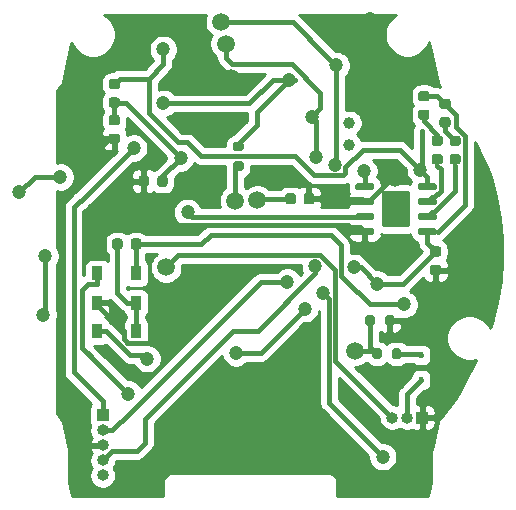
<source format=gbr>
G04 #@! TF.GenerationSoftware,KiCad,Pcbnew,5.1.8-1.fc33*
G04 #@! TF.CreationDate,2020-12-20T15:22:41+01:00*
G04 #@! TF.ProjectId,venom,76656e6f-6d2e-46b6-9963-61645f706362,rev?*
G04 #@! TF.SameCoordinates,Original*
G04 #@! TF.FileFunction,Copper,L2,Bot*
G04 #@! TF.FilePolarity,Positive*
%FSLAX46Y46*%
G04 Gerber Fmt 4.6, Leading zero omitted, Abs format (unit mm)*
G04 Created by KiCad (PCBNEW 5.1.8-1.fc33) date 2020-12-20 15:22:41*
%MOMM*%
%LPD*%
G01*
G04 APERTURE LIST*
G04 #@! TA.AperFunction,ComponentPad*
%ADD10C,1.000000*%
G04 #@! TD*
G04 #@! TA.AperFunction,SMDPad,CuDef*
%ADD11R,0.900000X1.200000*%
G04 #@! TD*
G04 #@! TA.AperFunction,ComponentPad*
%ADD12C,0.500000*%
G04 #@! TD*
G04 #@! TA.AperFunction,ComponentPad*
%ADD13R,1.000000X1.000000*%
G04 #@! TD*
G04 #@! TA.AperFunction,ComponentPad*
%ADD14O,1.000000X1.000000*%
G04 #@! TD*
G04 #@! TA.AperFunction,SMDPad,CuDef*
%ADD15R,0.450000X0.600000*%
G04 #@! TD*
G04 #@! TA.AperFunction,ViaPad*
%ADD16C,1.200000*%
G04 #@! TD*
G04 #@! TA.AperFunction,ViaPad*
%ADD17C,1.500000*%
G04 #@! TD*
G04 #@! TA.AperFunction,Conductor*
%ADD18C,0.400000*%
G04 #@! TD*
G04 #@! TA.AperFunction,Conductor*
%ADD19C,0.300000*%
G04 #@! TD*
G04 #@! TA.AperFunction,Conductor*
%ADD20C,0.254000*%
G04 #@! TD*
G04 #@! TA.AperFunction,Conductor*
%ADD21C,0.100000*%
G04 #@! TD*
G04 APERTURE END LIST*
D10*
X167894000Y-109728000D03*
X167894000Y-107828000D03*
G04 #@! TA.AperFunction,SMDPad,CuDef*
G36*
G01*
X147825000Y-118336250D02*
X147825000Y-117823750D01*
G75*
G02*
X148043750Y-117605000I218750J0D01*
G01*
X148481250Y-117605000D01*
G75*
G02*
X148700000Y-117823750I0J-218750D01*
G01*
X148700000Y-118336250D01*
G75*
G02*
X148481250Y-118555000I-218750J0D01*
G01*
X148043750Y-118555000D01*
G75*
G02*
X147825000Y-118336250I0J218750D01*
G01*
G37*
G04 #@! TD.AperFunction*
G04 #@! TA.AperFunction,SMDPad,CuDef*
G36*
G01*
X149400000Y-118336250D02*
X149400000Y-117823750D01*
G75*
G02*
X149618750Y-117605000I218750J0D01*
G01*
X150056250Y-117605000D01*
G75*
G02*
X150275000Y-117823750I0J-218750D01*
G01*
X150275000Y-118336250D01*
G75*
G02*
X150056250Y-118555000I-218750J0D01*
G01*
X149618750Y-118555000D01*
G75*
G02*
X149400000Y-118336250I0J218750D01*
G01*
G37*
G04 #@! TD.AperFunction*
D11*
X146540000Y-123070000D03*
X149840000Y-123070000D03*
X146540000Y-125450000D03*
X149840000Y-125450000D03*
X146550000Y-120560000D03*
X149850000Y-120560000D03*
G04 #@! TA.AperFunction,SMDPad,CuDef*
G36*
G01*
X147743750Y-105670000D02*
X148256250Y-105670000D01*
G75*
G02*
X148475000Y-105888750I0J-218750D01*
G01*
X148475000Y-106326250D01*
G75*
G02*
X148256250Y-106545000I-218750J0D01*
G01*
X147743750Y-106545000D01*
G75*
G02*
X147525000Y-106326250I0J218750D01*
G01*
X147525000Y-105888750D01*
G75*
G02*
X147743750Y-105670000I218750J0D01*
G01*
G37*
G04 #@! TD.AperFunction*
G04 #@! TA.AperFunction,SMDPad,CuDef*
G36*
G01*
X147743750Y-104095000D02*
X148256250Y-104095000D01*
G75*
G02*
X148475000Y-104313750I0J-218750D01*
G01*
X148475000Y-104751250D01*
G75*
G02*
X148256250Y-104970000I-218750J0D01*
G01*
X147743750Y-104970000D01*
G75*
G02*
X147525000Y-104751250I0J218750D01*
G01*
X147525000Y-104313750D01*
G75*
G02*
X147743750Y-104095000I218750J0D01*
G01*
G37*
G04 #@! TD.AperFunction*
G04 #@! TA.AperFunction,SMDPad,CuDef*
G36*
G01*
X147743750Y-107155000D02*
X148256250Y-107155000D01*
G75*
G02*
X148475000Y-107373750I0J-218750D01*
G01*
X148475000Y-107811250D01*
G75*
G02*
X148256250Y-108030000I-218750J0D01*
G01*
X147743750Y-108030000D01*
G75*
G02*
X147525000Y-107811250I0J218750D01*
G01*
X147525000Y-107373750D01*
G75*
G02*
X147743750Y-107155000I218750J0D01*
G01*
G37*
G04 #@! TD.AperFunction*
G04 #@! TA.AperFunction,SMDPad,CuDef*
G36*
G01*
X147743750Y-108730000D02*
X148256250Y-108730000D01*
G75*
G02*
X148475000Y-108948750I0J-218750D01*
G01*
X148475000Y-109386250D01*
G75*
G02*
X148256250Y-109605000I-218750J0D01*
G01*
X147743750Y-109605000D01*
G75*
G02*
X147525000Y-109386250I0J218750D01*
G01*
X147525000Y-108948750D01*
G75*
G02*
X147743750Y-108730000I218750J0D01*
G01*
G37*
G04 #@! TD.AperFunction*
G04 #@! TA.AperFunction,SMDPad,CuDef*
G36*
G01*
X175083750Y-108895000D02*
X175596250Y-108895000D01*
G75*
G02*
X175815000Y-109113750I0J-218750D01*
G01*
X175815000Y-109551250D01*
G75*
G02*
X175596250Y-109770000I-218750J0D01*
G01*
X175083750Y-109770000D01*
G75*
G02*
X174865000Y-109551250I0J218750D01*
G01*
X174865000Y-109113750D01*
G75*
G02*
X175083750Y-108895000I218750J0D01*
G01*
G37*
G04 #@! TD.AperFunction*
G04 #@! TA.AperFunction,SMDPad,CuDef*
G36*
G01*
X175083750Y-110470000D02*
X175596250Y-110470000D01*
G75*
G02*
X175815000Y-110688750I0J-218750D01*
G01*
X175815000Y-111126250D01*
G75*
G02*
X175596250Y-111345000I-218750J0D01*
G01*
X175083750Y-111345000D01*
G75*
G02*
X174865000Y-111126250I0J218750D01*
G01*
X174865000Y-110688750D01*
G75*
G02*
X175083750Y-110470000I218750J0D01*
G01*
G37*
G04 #@! TD.AperFunction*
G04 #@! TA.AperFunction,SMDPad,CuDef*
G36*
G01*
X176603750Y-110470000D02*
X177116250Y-110470000D01*
G75*
G02*
X177335000Y-110688750I0J-218750D01*
G01*
X177335000Y-111126250D01*
G75*
G02*
X177116250Y-111345000I-218750J0D01*
G01*
X176603750Y-111345000D01*
G75*
G02*
X176385000Y-111126250I0J218750D01*
G01*
X176385000Y-110688750D01*
G75*
G02*
X176603750Y-110470000I218750J0D01*
G01*
G37*
G04 #@! TD.AperFunction*
G04 #@! TA.AperFunction,SMDPad,CuDef*
G36*
G01*
X176603750Y-108895000D02*
X177116250Y-108895000D01*
G75*
G02*
X177335000Y-109113750I0J-218750D01*
G01*
X177335000Y-109551250D01*
G75*
G02*
X177116250Y-109770000I-218750J0D01*
G01*
X176603750Y-109770000D01*
G75*
G02*
X176385000Y-109551250I0J218750D01*
G01*
X176385000Y-109113750D01*
G75*
G02*
X176603750Y-108895000I218750J0D01*
G01*
G37*
G04 #@! TD.AperFunction*
G04 #@! TA.AperFunction,SMDPad,CuDef*
G36*
G01*
X170645000Y-116420003D02*
X170645000Y-113819997D01*
G75*
G02*
X170894997Y-113570000I249997J0D01*
G01*
X172805003Y-113570000D01*
G75*
G02*
X173055000Y-113819997I0J-249997D01*
G01*
X173055000Y-116420003D01*
G75*
G02*
X172805003Y-116670000I-249997J0D01*
G01*
X170894997Y-116670000D01*
G75*
G02*
X170645000Y-116420003I0J249997D01*
G01*
G37*
G04 #@! TD.AperFunction*
D12*
X170895000Y-116420000D03*
X172805000Y-116420000D03*
X170895000Y-115120000D03*
X172805000Y-115120000D03*
X170895000Y-113820000D03*
X172805000Y-113820000D03*
G04 #@! TA.AperFunction,SMDPad,CuDef*
G36*
G01*
X168400000Y-117175000D02*
X168400000Y-116875000D01*
G75*
G02*
X168550000Y-116725000I150000J0D01*
G01*
X169850000Y-116725000D01*
G75*
G02*
X170000000Y-116875000I0J-150000D01*
G01*
X170000000Y-117175000D01*
G75*
G02*
X169850000Y-117325000I-150000J0D01*
G01*
X168550000Y-117325000D01*
G75*
G02*
X168400000Y-117175000I0J150000D01*
G01*
G37*
G04 #@! TD.AperFunction*
G04 #@! TA.AperFunction,SMDPad,CuDef*
G36*
G01*
X168400000Y-115905000D02*
X168400000Y-115605000D01*
G75*
G02*
X168550000Y-115455000I150000J0D01*
G01*
X169850000Y-115455000D01*
G75*
G02*
X170000000Y-115605000I0J-150000D01*
G01*
X170000000Y-115905000D01*
G75*
G02*
X169850000Y-116055000I-150000J0D01*
G01*
X168550000Y-116055000D01*
G75*
G02*
X168400000Y-115905000I0J150000D01*
G01*
G37*
G04 #@! TD.AperFunction*
G04 #@! TA.AperFunction,SMDPad,CuDef*
G36*
G01*
X168400000Y-114635000D02*
X168400000Y-114335000D01*
G75*
G02*
X168550000Y-114185000I150000J0D01*
G01*
X169850000Y-114185000D01*
G75*
G02*
X170000000Y-114335000I0J-150000D01*
G01*
X170000000Y-114635000D01*
G75*
G02*
X169850000Y-114785000I-150000J0D01*
G01*
X168550000Y-114785000D01*
G75*
G02*
X168400000Y-114635000I0J150000D01*
G01*
G37*
G04 #@! TD.AperFunction*
G04 #@! TA.AperFunction,SMDPad,CuDef*
G36*
G01*
X168400000Y-113365000D02*
X168400000Y-113065000D01*
G75*
G02*
X168550000Y-112915000I150000J0D01*
G01*
X169850000Y-112915000D01*
G75*
G02*
X170000000Y-113065000I0J-150000D01*
G01*
X170000000Y-113365000D01*
G75*
G02*
X169850000Y-113515000I-150000J0D01*
G01*
X168550000Y-113515000D01*
G75*
G02*
X168400000Y-113365000I0J150000D01*
G01*
G37*
G04 #@! TD.AperFunction*
G04 #@! TA.AperFunction,SMDPad,CuDef*
G36*
G01*
X173700000Y-113365000D02*
X173700000Y-113065000D01*
G75*
G02*
X173850000Y-112915000I150000J0D01*
G01*
X175150000Y-112915000D01*
G75*
G02*
X175300000Y-113065000I0J-150000D01*
G01*
X175300000Y-113365000D01*
G75*
G02*
X175150000Y-113515000I-150000J0D01*
G01*
X173850000Y-113515000D01*
G75*
G02*
X173700000Y-113365000I0J150000D01*
G01*
G37*
G04 #@! TD.AperFunction*
G04 #@! TA.AperFunction,SMDPad,CuDef*
G36*
G01*
X173700000Y-114635000D02*
X173700000Y-114335000D01*
G75*
G02*
X173850000Y-114185000I150000J0D01*
G01*
X175150000Y-114185000D01*
G75*
G02*
X175300000Y-114335000I0J-150000D01*
G01*
X175300000Y-114635000D01*
G75*
G02*
X175150000Y-114785000I-150000J0D01*
G01*
X173850000Y-114785000D01*
G75*
G02*
X173700000Y-114635000I0J150000D01*
G01*
G37*
G04 #@! TD.AperFunction*
G04 #@! TA.AperFunction,SMDPad,CuDef*
G36*
G01*
X173700000Y-115905000D02*
X173700000Y-115605000D01*
G75*
G02*
X173850000Y-115455000I150000J0D01*
G01*
X175150000Y-115455000D01*
G75*
G02*
X175300000Y-115605000I0J-150000D01*
G01*
X175300000Y-115905000D01*
G75*
G02*
X175150000Y-116055000I-150000J0D01*
G01*
X173850000Y-116055000D01*
G75*
G02*
X173700000Y-115905000I0J150000D01*
G01*
G37*
G04 #@! TD.AperFunction*
G04 #@! TA.AperFunction,SMDPad,CuDef*
G36*
G01*
X173700000Y-117175000D02*
X173700000Y-116875000D01*
G75*
G02*
X173850000Y-116725000I150000J0D01*
G01*
X175150000Y-116725000D01*
G75*
G02*
X175300000Y-116875000I0J-150000D01*
G01*
X175300000Y-117175000D01*
G75*
G02*
X175150000Y-117325000I-150000J0D01*
G01*
X173850000Y-117325000D01*
G75*
G02*
X173700000Y-117175000I0J150000D01*
G01*
G37*
G04 #@! TD.AperFunction*
G04 #@! TA.AperFunction,SMDPad,CuDef*
G36*
G01*
X174943750Y-118275000D02*
X175456250Y-118275000D01*
G75*
G02*
X175675000Y-118493750I0J-218750D01*
G01*
X175675000Y-118931250D01*
G75*
G02*
X175456250Y-119150000I-218750J0D01*
G01*
X174943750Y-119150000D01*
G75*
G02*
X174725000Y-118931250I0J218750D01*
G01*
X174725000Y-118493750D01*
G75*
G02*
X174943750Y-118275000I218750J0D01*
G01*
G37*
G04 #@! TD.AperFunction*
G04 #@! TA.AperFunction,SMDPad,CuDef*
G36*
G01*
X174943750Y-119850000D02*
X175456250Y-119850000D01*
G75*
G02*
X175675000Y-120068750I0J-218750D01*
G01*
X175675000Y-120506250D01*
G75*
G02*
X175456250Y-120725000I-218750J0D01*
G01*
X174943750Y-120725000D01*
G75*
G02*
X174725000Y-120506250I0J218750D01*
G01*
X174725000Y-120068750D01*
G75*
G02*
X174943750Y-119850000I218750J0D01*
G01*
G37*
G04 #@! TD.AperFunction*
G04 #@! TA.AperFunction,SMDPad,CuDef*
G36*
G01*
X174456250Y-106000000D02*
X173943750Y-106000000D01*
G75*
G02*
X173725000Y-105781250I0J218750D01*
G01*
X173725000Y-105343750D01*
G75*
G02*
X173943750Y-105125000I218750J0D01*
G01*
X174456250Y-105125000D01*
G75*
G02*
X174675000Y-105343750I0J-218750D01*
G01*
X174675000Y-105781250D01*
G75*
G02*
X174456250Y-106000000I-218750J0D01*
G01*
G37*
G04 #@! TD.AperFunction*
G04 #@! TA.AperFunction,SMDPad,CuDef*
G36*
G01*
X174456250Y-107575000D02*
X173943750Y-107575000D01*
G75*
G02*
X173725000Y-107356250I0J218750D01*
G01*
X173725000Y-106918750D01*
G75*
G02*
X173943750Y-106700000I218750J0D01*
G01*
X174456250Y-106700000D01*
G75*
G02*
X174675000Y-106918750I0J-218750D01*
G01*
X174675000Y-107356250D01*
G75*
G02*
X174456250Y-107575000I-218750J0D01*
G01*
G37*
G04 #@! TD.AperFunction*
G04 #@! TA.AperFunction,SMDPad,CuDef*
G36*
G01*
X176256250Y-108225000D02*
X175743750Y-108225000D01*
G75*
G02*
X175525000Y-108006250I0J218750D01*
G01*
X175525000Y-107568750D01*
G75*
G02*
X175743750Y-107350000I218750J0D01*
G01*
X176256250Y-107350000D01*
G75*
G02*
X176475000Y-107568750I0J-218750D01*
G01*
X176475000Y-108006250D01*
G75*
G02*
X176256250Y-108225000I-218750J0D01*
G01*
G37*
G04 #@! TD.AperFunction*
G04 #@! TA.AperFunction,SMDPad,CuDef*
G36*
G01*
X176256250Y-106650000D02*
X175743750Y-106650000D01*
G75*
G02*
X175525000Y-106431250I0J218750D01*
G01*
X175525000Y-105993750D01*
G75*
G02*
X175743750Y-105775000I218750J0D01*
G01*
X176256250Y-105775000D01*
G75*
G02*
X176475000Y-105993750I0J-218750D01*
G01*
X176475000Y-106431250D01*
G75*
G02*
X176256250Y-106650000I-218750J0D01*
G01*
G37*
G04 #@! TD.AperFunction*
G04 #@! TA.AperFunction,SMDPad,CuDef*
G36*
G01*
X152515000Y-112503750D02*
X152515000Y-113016250D01*
G75*
G02*
X152296250Y-113235000I-218750J0D01*
G01*
X151858750Y-113235000D01*
G75*
G02*
X151640000Y-113016250I0J218750D01*
G01*
X151640000Y-112503750D01*
G75*
G02*
X151858750Y-112285000I218750J0D01*
G01*
X152296250Y-112285000D01*
G75*
G02*
X152515000Y-112503750I0J-218750D01*
G01*
G37*
G04 #@! TD.AperFunction*
G04 #@! TA.AperFunction,SMDPad,CuDef*
G36*
G01*
X150940000Y-112503750D02*
X150940000Y-113016250D01*
G75*
G02*
X150721250Y-113235000I-218750J0D01*
G01*
X150283750Y-113235000D01*
G75*
G02*
X150065000Y-113016250I0J218750D01*
G01*
X150065000Y-112503750D01*
G75*
G02*
X150283750Y-112285000I218750J0D01*
G01*
X150721250Y-112285000D01*
G75*
G02*
X150940000Y-112503750I0J-218750D01*
G01*
G37*
G04 #@! TD.AperFunction*
D13*
X147012660Y-132593080D03*
D14*
X147012660Y-133863080D03*
X147012660Y-135133080D03*
X147012660Y-136403080D03*
X147012660Y-137673080D03*
G04 #@! TA.AperFunction,SMDPad,CuDef*
G36*
G01*
X162485620Y-114489040D02*
X162485620Y-113989040D01*
G75*
G02*
X162710620Y-113764040I225000J0D01*
G01*
X163160620Y-113764040D01*
G75*
G02*
X163385620Y-113989040I0J-225000D01*
G01*
X163385620Y-114489040D01*
G75*
G02*
X163160620Y-114714040I-225000J0D01*
G01*
X162710620Y-114714040D01*
G75*
G02*
X162485620Y-114489040I0J225000D01*
G01*
G37*
G04 #@! TD.AperFunction*
G04 #@! TA.AperFunction,SMDPad,CuDef*
G36*
G01*
X164035620Y-114489040D02*
X164035620Y-113989040D01*
G75*
G02*
X164260620Y-113764040I225000J0D01*
G01*
X164710620Y-113764040D01*
G75*
G02*
X164935620Y-113989040I0J-225000D01*
G01*
X164935620Y-114489040D01*
G75*
G02*
X164710620Y-114714040I-225000J0D01*
G01*
X164260620Y-114714040D01*
G75*
G02*
X164035620Y-114489040I0J225000D01*
G01*
G37*
G04 #@! TD.AperFunction*
D15*
X173982380Y-127491780D03*
X173982380Y-129591780D03*
G04 #@! TA.AperFunction,SMDPad,CuDef*
G36*
G01*
X170654160Y-127088220D02*
X170654160Y-127638220D01*
G75*
G02*
X170454160Y-127838220I-200000J0D01*
G01*
X170054160Y-127838220D01*
G75*
G02*
X169854160Y-127638220I0J200000D01*
G01*
X169854160Y-127088220D01*
G75*
G02*
X170054160Y-126888220I200000J0D01*
G01*
X170454160Y-126888220D01*
G75*
G02*
X170654160Y-127088220I0J-200000D01*
G01*
G37*
G04 #@! TD.AperFunction*
G04 #@! TA.AperFunction,SMDPad,CuDef*
G36*
G01*
X172304160Y-127088220D02*
X172304160Y-127638220D01*
G75*
G02*
X172104160Y-127838220I-200000J0D01*
G01*
X171704160Y-127838220D01*
G75*
G02*
X171504160Y-127638220I0J200000D01*
G01*
X171504160Y-127088220D01*
G75*
G02*
X171704160Y-126888220I200000J0D01*
G01*
X172104160Y-126888220D01*
G75*
G02*
X172304160Y-127088220I0J-200000D01*
G01*
G37*
G04 #@! TD.AperFunction*
G04 #@! TA.AperFunction,SMDPad,CuDef*
G36*
G01*
X169269960Y-124834060D02*
X169269960Y-124284060D01*
G75*
G02*
X169469960Y-124084060I200000J0D01*
G01*
X169869960Y-124084060D01*
G75*
G02*
X170069960Y-124284060I0J-200000D01*
G01*
X170069960Y-124834060D01*
G75*
G02*
X169869960Y-125034060I-200000J0D01*
G01*
X169469960Y-125034060D01*
G75*
G02*
X169269960Y-124834060I0J200000D01*
G01*
G37*
G04 #@! TD.AperFunction*
G04 #@! TA.AperFunction,SMDPad,CuDef*
G36*
G01*
X170919960Y-124834060D02*
X170919960Y-124284060D01*
G75*
G02*
X171119960Y-124084060I200000J0D01*
G01*
X171519960Y-124084060D01*
G75*
G02*
X171719960Y-124284060I0J-200000D01*
G01*
X171719960Y-124834060D01*
G75*
G02*
X171519960Y-125034060I-200000J0D01*
G01*
X171119960Y-125034060D01*
G75*
G02*
X170919960Y-124834060I0J200000D01*
G01*
G37*
G04 #@! TD.AperFunction*
D13*
X174068740Y-132770880D03*
D14*
X172798740Y-132770880D03*
X171528740Y-132770880D03*
G04 #@! TA.AperFunction,SMDPad,CuDef*
G36*
G01*
X158221000Y-109427560D02*
X158771000Y-109427560D01*
G75*
G02*
X158971000Y-109627560I0J-200000D01*
G01*
X158971000Y-110027560D01*
G75*
G02*
X158771000Y-110227560I-200000J0D01*
G01*
X158221000Y-110227560D01*
G75*
G02*
X158021000Y-110027560I0J200000D01*
G01*
X158021000Y-109627560D01*
G75*
G02*
X158221000Y-109427560I200000J0D01*
G01*
G37*
G04 #@! TD.AperFunction*
G04 #@! TA.AperFunction,SMDPad,CuDef*
G36*
G01*
X158221000Y-111077560D02*
X158771000Y-111077560D01*
G75*
G02*
X158971000Y-111277560I0J-200000D01*
G01*
X158971000Y-111677560D01*
G75*
G02*
X158771000Y-111877560I-200000J0D01*
G01*
X158221000Y-111877560D01*
G75*
G02*
X158021000Y-111677560I0J200000D01*
G01*
X158021000Y-111277560D01*
G75*
G02*
X158221000Y-111077560I200000J0D01*
G01*
G37*
G04 #@! TD.AperFunction*
D16*
X145900000Y-110830000D03*
X147950000Y-115300000D03*
X144250000Y-104150000D03*
X171450000Y-103400000D03*
X169900000Y-118850000D03*
X179055000Y-111995000D03*
X154700000Y-120850000D03*
X175400000Y-123150000D03*
X169680000Y-99020000D03*
X153162000Y-104648000D03*
X153670000Y-107696000D03*
D17*
X156438600Y-133179820D03*
X154820000Y-99340000D03*
X157873700Y-103995220D03*
X171805600Y-112463580D03*
D16*
X162814000Y-104200000D03*
X152146000Y-106172000D03*
X158300000Y-127300000D03*
X164150000Y-123550000D03*
X172552360Y-123195080D03*
X149190000Y-130780000D03*
X150763173Y-127786827D03*
X164700000Y-107350000D03*
X165050000Y-110749999D03*
D17*
X157440000Y-101110000D03*
D16*
X166790000Y-102960000D03*
X166650000Y-111350000D03*
D17*
X157030000Y-99280000D03*
D16*
X152146000Y-101600000D03*
X173900000Y-111800000D03*
X169150000Y-111900000D03*
X170250000Y-121450000D03*
X168300000Y-120050000D03*
X153640000Y-110790000D03*
X154200000Y-115400000D03*
X165011100Y-119933720D03*
X162650000Y-121300000D03*
X149650000Y-109950000D03*
X170730000Y-136080000D03*
X165650000Y-122200000D03*
X143440000Y-112410000D03*
X139965000Y-113715000D03*
X142140000Y-119110000D03*
X141960000Y-124060000D03*
D17*
X168419780Y-127096520D03*
X160124468Y-114378412D03*
X152382220Y-120053100D03*
X158231840Y-114401600D03*
D18*
X148000000Y-109167500D02*
X147562500Y-109167500D01*
X147562500Y-109167500D02*
X145900000Y-110830000D01*
X149069999Y-126450001D02*
X151649999Y-126450001D01*
X146540000Y-123070000D02*
X146540000Y-123220000D01*
X151649999Y-126450001D02*
X152500000Y-125600000D01*
D19*
X145900000Y-110830000D02*
X145900000Y-110830000D01*
D18*
X169200000Y-117025000D02*
X169200000Y-118150000D01*
X169200000Y-118150000D02*
X169900000Y-118850000D01*
X168135000Y-114485000D02*
X167300000Y-113650000D01*
X169200000Y-114485000D02*
X168135000Y-114485000D01*
D19*
X175400000Y-123150000D02*
X175400000Y-123150000D01*
D18*
X146540000Y-123220000D02*
X148800000Y-125480000D01*
X148800000Y-125480000D02*
X148800000Y-126111458D01*
X149104271Y-126415729D02*
X148800000Y-126111458D01*
X175200000Y-122950000D02*
X175400000Y-123150000D01*
X175200000Y-120287500D02*
X175200000Y-122950000D01*
X168829290Y-116654290D02*
X169200000Y-117025000D01*
X167969168Y-116654290D02*
X168829290Y-116654290D01*
X147950000Y-115300000D02*
X149150001Y-116500001D01*
X167814879Y-116500001D02*
X167969168Y-116654290D01*
X149150001Y-116500001D02*
X167814879Y-116500001D01*
X168954040Y-114239040D02*
X169200000Y-114485000D01*
X164485620Y-114239040D02*
X168954040Y-114239040D01*
X173990940Y-124559060D02*
X175400000Y-123150000D01*
X171319960Y-124559060D02*
X173990940Y-124559060D01*
X171473584Y-112463580D02*
X171805600Y-112463580D01*
X169452164Y-114485000D02*
X171473584Y-112463580D01*
X169200000Y-114485000D02*
X169452164Y-114485000D01*
X160400000Y-127300000D02*
X158300000Y-127300000D01*
X164150000Y-123550000D02*
X160400000Y-127300000D01*
X152146000Y-106172000D02*
X159428000Y-106172000D01*
X159428000Y-106172000D02*
X161400000Y-104200000D01*
X161400000Y-104200000D02*
X163322000Y-104200000D01*
X160083000Y-106931000D02*
X162814000Y-104200000D01*
X160083000Y-107983020D02*
X160083000Y-106931000D01*
X158496000Y-109570020D02*
X160083000Y-107983020D01*
X158496000Y-109827560D02*
X158496000Y-109570020D01*
X149840000Y-122920000D02*
X149840000Y-123070000D01*
X148262500Y-122242500D02*
X149090000Y-123070000D01*
X149090000Y-123070000D02*
X149840000Y-123070000D01*
X148262500Y-118080000D02*
X148262500Y-122242500D01*
X149840000Y-125450000D02*
X149840000Y-123070000D01*
D19*
X149850000Y-118092500D02*
X149837500Y-118080000D01*
D18*
X149850000Y-120560000D02*
X149850000Y-118092500D01*
X167199999Y-118199999D02*
X167199999Y-120757119D01*
X166310000Y-117310000D02*
X167199999Y-118199999D01*
X167199999Y-120757119D02*
X167471440Y-121028560D01*
D19*
X167321440Y-120878560D02*
X167471440Y-121028560D01*
D18*
X156150002Y-117310000D02*
X166310000Y-117310000D01*
X169637960Y-123195080D02*
X172552360Y-123195080D01*
X167471440Y-121028560D02*
X169637960Y-123195080D01*
X155380002Y-118080000D02*
X156150002Y-117310000D01*
X149837500Y-118080000D02*
X155380002Y-118080000D01*
X146550000Y-120560000D02*
X146550000Y-121460000D01*
X149180000Y-130770000D02*
X149190000Y-130780000D01*
X149190000Y-130780000D02*
X149190000Y-130780000D01*
X146550000Y-121460000D02*
X145790000Y-121460000D01*
X145790000Y-121460000D02*
X145300000Y-121950000D01*
X145300000Y-126890000D02*
X146355000Y-127945000D01*
X145739999Y-127329999D02*
X146355000Y-127945000D01*
X145300000Y-121950000D02*
X145300000Y-126890000D01*
X146355000Y-127945000D02*
X149180000Y-130770000D01*
X146540000Y-125450000D02*
X147290000Y-125450000D01*
X147290000Y-125450000D02*
X149343419Y-127503419D01*
X149343419Y-127503419D02*
X150479765Y-127503419D01*
X150479765Y-127503419D02*
X150763173Y-127786827D01*
D19*
X165050000Y-107700000D02*
X164700000Y-107350000D01*
D18*
X165050000Y-110749999D02*
X165050000Y-107700000D01*
X157440000Y-102290000D02*
X157440000Y-101110000D01*
X158000000Y-102850000D02*
X157440000Y-102290000D01*
X163020000Y-102850000D02*
X158000000Y-102850000D01*
X165449999Y-105279999D02*
X163020000Y-102850000D01*
X165449999Y-106600001D02*
X165449999Y-105279999D01*
X164700000Y-107350000D02*
X165449999Y-106600001D01*
X166790000Y-102960000D02*
X166790000Y-102960000D01*
D19*
X166900000Y-103070000D02*
X166790000Y-102960000D01*
D18*
X166790000Y-111210000D02*
X166650000Y-111350000D01*
X166790000Y-102960000D02*
X166790000Y-111210000D01*
X166790000Y-102940000D02*
X166790000Y-102960000D01*
X166790000Y-102960000D02*
X166040001Y-102210001D01*
X163110000Y-99280000D02*
X166040001Y-102210001D01*
X157030000Y-99280000D02*
X163110000Y-99280000D01*
D19*
X173900000Y-111800000D02*
X174060000Y-111640000D01*
D18*
X174060000Y-111640000D02*
X174060000Y-110890000D01*
D19*
X174060000Y-111600000D02*
X174060000Y-110890000D01*
D18*
X174500000Y-112400000D02*
X173900000Y-111800000D01*
X174500000Y-113215000D02*
X174500000Y-112400000D01*
X148461612Y-104070888D02*
X150919112Y-104070888D01*
X148000000Y-104532500D02*
X148461612Y-104070888D01*
X174060000Y-110890000D02*
X174060000Y-108510000D01*
X173900000Y-111800000D02*
X172190000Y-110090000D01*
X150919112Y-106977112D02*
X153416000Y-109474000D01*
X150919112Y-104070888D02*
X150919112Y-106977112D01*
X153416000Y-109474000D02*
X154178000Y-109474000D01*
X152146000Y-102844000D02*
X152146000Y-101600000D01*
X150919112Y-104070888D02*
X152146000Y-102844000D01*
X172190000Y-110090000D02*
X169056000Y-110090000D01*
X169056000Y-110090000D02*
X167550001Y-111595999D01*
X155333700Y-110629700D02*
X163304220Y-110629700D01*
X154178000Y-109474000D02*
X155333700Y-110629700D01*
X164924521Y-112250001D02*
X167391641Y-112250001D01*
X167391641Y-112250001D02*
X167550001Y-112091641D01*
X163304220Y-110629700D02*
X164924521Y-112250001D01*
X167550001Y-111595999D02*
X167550001Y-112091641D01*
D19*
X175400000Y-117025000D02*
X174500000Y-117025000D01*
D18*
X177685010Y-114739990D02*
X175400000Y-117025000D01*
X169200000Y-113215000D02*
X169200000Y-111950000D01*
D19*
X169200000Y-111950000D02*
X169150000Y-111900000D01*
D18*
X168850000Y-120050000D02*
X170250000Y-121450000D01*
D19*
X168300000Y-120050000D02*
X168850000Y-120050000D01*
D18*
X176972510Y-107185010D02*
X176000000Y-106212500D01*
X175350000Y-105562500D02*
X176000000Y-106212500D01*
X174200000Y-105562500D02*
X175350000Y-105562500D01*
X177685010Y-108913516D02*
X177685010Y-114739990D01*
X176972510Y-108201016D02*
X177685010Y-108913516D01*
X176972510Y-107185010D02*
X176972510Y-108201016D01*
X172462500Y-121450000D02*
X175200000Y-118712500D01*
X170250000Y-121450000D02*
X172462500Y-121450000D01*
X174500000Y-118012500D02*
X175200000Y-118712500D01*
X174500000Y-117025000D02*
X174500000Y-118012500D01*
X175340000Y-108815000D02*
X175340000Y-109332500D01*
X174200000Y-107675000D02*
X175340000Y-108815000D01*
X174200000Y-107137500D02*
X174200000Y-107675000D01*
X176000000Y-108472500D02*
X176860000Y-109332500D01*
X176000000Y-107787500D02*
X176000000Y-108472500D01*
X148000000Y-106107500D02*
X148000000Y-107592500D01*
X148000000Y-106107500D02*
X148957500Y-106107500D01*
X148957500Y-106107500D02*
X153640000Y-110790000D01*
X152077500Y-112352500D02*
X153640000Y-110790000D01*
X152077500Y-112760000D02*
X152077500Y-112352500D01*
X175650010Y-111755010D02*
X175340000Y-111445000D01*
D19*
X175340000Y-111445000D02*
X175340000Y-110907500D01*
D18*
X175650010Y-113572114D02*
X175650010Y-111755010D01*
X175107834Y-114114290D02*
X175650010Y-113572114D01*
X174870710Y-114114290D02*
X175107834Y-114114290D01*
X174500000Y-114485000D02*
X174870710Y-114114290D01*
X175107834Y-115384290D02*
X176860000Y-113632124D01*
D19*
X176860000Y-111445000D02*
X176860000Y-110907500D01*
D18*
X174870710Y-115384290D02*
X175107834Y-115384290D01*
X176860000Y-113632124D02*
X176860000Y-111445000D01*
X174500000Y-115755000D02*
X174870710Y-115384290D01*
X154200000Y-115400000D02*
X154555000Y-115755000D01*
X167776998Y-115755000D02*
X169200000Y-115755000D01*
X154555000Y-115755000D02*
X167776998Y-115755000D01*
D19*
X165028003Y-120549999D02*
X165050001Y-120549999D01*
D18*
X147815740Y-135600000D02*
X147012660Y-136403080D01*
X149900000Y-135600000D02*
X147815740Y-135600000D01*
X150600000Y-134900000D02*
X149900000Y-135600000D01*
X150600000Y-132900000D02*
X150600000Y-134900000D01*
X158050000Y-125450000D02*
X150600000Y-132900000D01*
X160128002Y-125450000D02*
X158050000Y-125450000D01*
X165011100Y-120566902D02*
X165011100Y-119933720D01*
X160128002Y-125450000D02*
X165011100Y-120566902D01*
D19*
X161492880Y-121300000D02*
X162650000Y-121300000D01*
D18*
X160400000Y-121300000D02*
X162650000Y-121300000D01*
X147836920Y-133863080D02*
X149299310Y-132400690D01*
X149299310Y-132400690D02*
X160400000Y-121300000D01*
X147012660Y-133863080D02*
X147836920Y-133863080D01*
X149000000Y-132700000D02*
X149299310Y-132400690D01*
X145189989Y-114410011D02*
X149650000Y-109950000D01*
X145089989Y-114410011D02*
X145189989Y-114410011D01*
X144550000Y-128950000D02*
X144550000Y-114950000D01*
X147012660Y-131412660D02*
X144550000Y-128950000D01*
X144550000Y-114950000D02*
X145089989Y-114410011D01*
X147012660Y-132593080D02*
X147012660Y-131412660D01*
X166240000Y-131590000D02*
X170730000Y-136080000D01*
X170730000Y-136080000D02*
X166199979Y-131549979D01*
X166199979Y-122749979D02*
X165650000Y-122200000D01*
X166199979Y-131549979D02*
X166199979Y-122749979D01*
X139950000Y-113730000D02*
X139965000Y-113715000D01*
X141270000Y-112410000D02*
X143440000Y-112410000D01*
X143440000Y-112410000D02*
X143500000Y-112410000D01*
X139965000Y-113715000D02*
X141270000Y-112410000D01*
X142140000Y-121980000D02*
X142140000Y-119110000D01*
X142140000Y-121980000D02*
X142140000Y-123880000D01*
X142140000Y-123880000D02*
X141960000Y-124060000D01*
X173853820Y-127363220D02*
X173982380Y-127491780D01*
X171904160Y-127363220D02*
X173853820Y-127363220D01*
X172798740Y-130775420D02*
X173982380Y-129591780D01*
X172798740Y-132770880D02*
X172798740Y-130775420D01*
X169987460Y-127096520D02*
X170254160Y-127363220D01*
X168419780Y-127096520D02*
X169987460Y-127096520D01*
X160263840Y-114239040D02*
X160124468Y-114378412D01*
X162935620Y-114239040D02*
X160263840Y-114239040D01*
X169669960Y-126779020D02*
X170254160Y-127363220D01*
X169669960Y-124559060D02*
X169669960Y-126779020D01*
X166699989Y-127942129D02*
X171528740Y-132770880D01*
X166699989Y-120290607D02*
X166699989Y-127942129D01*
X165443101Y-119033719D02*
X166699989Y-120290607D01*
X153401601Y-119033719D02*
X165443101Y-119033719D01*
X152382220Y-120053100D02*
X153401601Y-119033719D01*
X158231840Y-111741720D02*
X158496000Y-111477560D01*
X158231840Y-114401600D02*
X158231840Y-111741720D01*
D20*
X155698225Y-98876011D02*
X155645000Y-99143589D01*
X155645000Y-99416411D01*
X155698225Y-99683989D01*
X155802629Y-99936043D01*
X155954201Y-100162886D01*
X156147114Y-100355799D01*
X156237750Y-100416360D01*
X156212629Y-100453957D01*
X156108225Y-100706011D01*
X156055000Y-100973589D01*
X156055000Y-101246411D01*
X156108225Y-101513989D01*
X156212629Y-101766043D01*
X156364201Y-101992886D01*
X156557114Y-102185799D01*
X156605000Y-102217796D01*
X156605000Y-102248981D01*
X156600960Y-102290000D01*
X156605000Y-102331018D01*
X156617082Y-102453688D01*
X156664828Y-102611086D01*
X156742364Y-102756145D01*
X156846709Y-102883291D01*
X156878578Y-102909445D01*
X157380558Y-103411426D01*
X157406709Y-103443291D01*
X157533854Y-103547636D01*
X157678913Y-103625172D01*
X157836311Y-103672918D01*
X157958981Y-103685000D01*
X157958982Y-103685000D01*
X158000000Y-103689040D01*
X158041018Y-103685000D01*
X160734132Y-103685000D01*
X159082133Y-105337000D01*
X153057554Y-105337000D01*
X152933267Y-105212713D01*
X152730992Y-105077557D01*
X152506236Y-104984460D01*
X152267637Y-104937000D01*
X152024363Y-104937000D01*
X151785764Y-104984460D01*
X151754112Y-104997571D01*
X151754112Y-104416755D01*
X152707433Y-103463436D01*
X152739291Y-103437291D01*
X152788703Y-103377083D01*
X152843636Y-103310146D01*
X152921172Y-103165087D01*
X152946486Y-103081637D01*
X152968918Y-103007689D01*
X152981000Y-102885019D01*
X152981000Y-102885018D01*
X152985040Y-102844000D01*
X152981000Y-102802982D01*
X152981000Y-102511554D01*
X153105287Y-102387267D01*
X153240443Y-102184992D01*
X153333540Y-101960236D01*
X153381000Y-101721637D01*
X153381000Y-101478363D01*
X153333540Y-101239764D01*
X153240443Y-101015008D01*
X153105287Y-100812733D01*
X152933267Y-100640713D01*
X152730992Y-100505557D01*
X152506236Y-100412460D01*
X152267637Y-100365000D01*
X152024363Y-100365000D01*
X151785764Y-100412460D01*
X151561008Y-100505557D01*
X151358733Y-100640713D01*
X151186713Y-100812733D01*
X151051557Y-101015008D01*
X150958460Y-101239764D01*
X150911000Y-101478363D01*
X150911000Y-101721637D01*
X150958460Y-101960236D01*
X151051557Y-102184992D01*
X151186713Y-102387267D01*
X151304289Y-102504843D01*
X150573245Y-103235888D01*
X148502630Y-103235888D01*
X148461612Y-103231848D01*
X148420593Y-103235888D01*
X148297923Y-103247970D01*
X148140525Y-103295716D01*
X147995466Y-103373252D01*
X147893506Y-103456928D01*
X147743750Y-103456928D01*
X147576592Y-103473392D01*
X147415858Y-103522150D01*
X147267725Y-103601329D01*
X147137885Y-103707885D01*
X147031329Y-103837725D01*
X146952150Y-103985858D01*
X146903392Y-104146592D01*
X146886928Y-104313750D01*
X146886928Y-104751250D01*
X146903392Y-104918408D01*
X146952150Y-105079142D01*
X147031329Y-105227275D01*
X147107426Y-105320000D01*
X147031329Y-105412725D01*
X146952150Y-105560858D01*
X146903392Y-105721592D01*
X146886928Y-105888750D01*
X146886928Y-106326250D01*
X146903392Y-106493408D01*
X146952150Y-106654142D01*
X147031329Y-106802275D01*
X147070496Y-106850000D01*
X147031329Y-106897725D01*
X146952150Y-107045858D01*
X146903392Y-107206592D01*
X146886928Y-107373750D01*
X146886928Y-107811250D01*
X146903392Y-107978408D01*
X146952150Y-108139142D01*
X147031329Y-108287275D01*
X147049100Y-108308930D01*
X146994463Y-108375506D01*
X146935498Y-108485820D01*
X146899188Y-108605518D01*
X146886928Y-108730000D01*
X146890000Y-108881750D01*
X147048750Y-109040500D01*
X147873000Y-109040500D01*
X147873000Y-109020500D01*
X148127000Y-109020500D01*
X148127000Y-109040500D01*
X148147000Y-109040500D01*
X148147000Y-109294500D01*
X148127000Y-109294500D01*
X148127000Y-110081250D01*
X148232441Y-110186691D01*
X144790996Y-113628137D01*
X144768902Y-113634839D01*
X144623843Y-113712375D01*
X144496698Y-113816720D01*
X144470550Y-113848582D01*
X143988574Y-114330559D01*
X143956710Y-114356709D01*
X143886206Y-114442619D01*
X143852364Y-114483855D01*
X143774828Y-114628914D01*
X143727082Y-114786312D01*
X143710960Y-114950000D01*
X143715001Y-114991029D01*
X143715000Y-128908981D01*
X143710960Y-128950000D01*
X143720573Y-129047600D01*
X143727082Y-129113688D01*
X143774828Y-129271086D01*
X143852364Y-129416145D01*
X143956709Y-129543291D01*
X143988579Y-129569446D01*
X146061273Y-131642141D01*
X145982123Y-131738586D01*
X145923158Y-131848900D01*
X145886848Y-131968598D01*
X145874588Y-132093080D01*
X145874588Y-133093080D01*
X145886848Y-133217562D01*
X145923158Y-133337260D01*
X145967548Y-133420306D01*
X145921277Y-133532013D01*
X145877660Y-133751292D01*
X145877660Y-133974868D01*
X145921277Y-134194147D01*
X146006836Y-134400704D01*
X146075013Y-134502738D01*
X146025537Y-134572874D01*
X145935214Y-134776216D01*
X145918541Y-134831206D01*
X146044706Y-135006080D01*
X146885660Y-135006080D01*
X146885660Y-134995054D01*
X146900872Y-134998080D01*
X147124448Y-134998080D01*
X147139660Y-134995054D01*
X147139660Y-135006080D01*
X147159660Y-135006080D01*
X147159660Y-135075211D01*
X146966792Y-135268080D01*
X146900872Y-135268080D01*
X146885660Y-135271106D01*
X146885660Y-135260080D01*
X146044706Y-135260080D01*
X145918541Y-135434954D01*
X145935214Y-135489944D01*
X146025537Y-135693286D01*
X146075013Y-135763422D01*
X146006836Y-135865456D01*
X145921277Y-136072013D01*
X145877660Y-136291292D01*
X145877660Y-136514868D01*
X145921277Y-136734147D01*
X146006836Y-136940704D01*
X146071901Y-137038080D01*
X146006836Y-137135456D01*
X145921277Y-137342013D01*
X145877660Y-137561292D01*
X145877660Y-137784868D01*
X145921277Y-138004147D01*
X146006836Y-138210704D01*
X146131048Y-138396600D01*
X146289140Y-138554692D01*
X146475036Y-138678904D01*
X146681593Y-138764463D01*
X146900872Y-138808080D01*
X147124448Y-138808080D01*
X147343727Y-138764463D01*
X147550284Y-138678904D01*
X147736180Y-138554692D01*
X147894272Y-138396600D01*
X148018484Y-138210704D01*
X148104043Y-138004147D01*
X148147660Y-137784868D01*
X148147660Y-137561292D01*
X148104043Y-137342013D01*
X148018484Y-137135456D01*
X147953419Y-137038080D01*
X148018484Y-136940704D01*
X148104043Y-136734147D01*
X148147660Y-136514868D01*
X148147660Y-136448948D01*
X148161608Y-136435000D01*
X149858982Y-136435000D01*
X149900000Y-136439040D01*
X149941018Y-136435000D01*
X149941019Y-136435000D01*
X150063689Y-136422918D01*
X150221087Y-136375172D01*
X150366146Y-136297636D01*
X150493291Y-136193291D01*
X150519446Y-136161422D01*
X151161426Y-135519442D01*
X151193291Y-135493291D01*
X151297636Y-135366146D01*
X151375172Y-135221087D01*
X151422918Y-135063689D01*
X151435000Y-134941019D01*
X151435000Y-134941009D01*
X151439039Y-134900001D01*
X151435000Y-134858993D01*
X151435000Y-133245867D01*
X157097225Y-127583643D01*
X157112460Y-127660236D01*
X157205557Y-127884992D01*
X157340713Y-128087267D01*
X157512733Y-128259287D01*
X157715008Y-128394443D01*
X157939764Y-128487540D01*
X158178363Y-128535000D01*
X158421637Y-128535000D01*
X158660236Y-128487540D01*
X158884992Y-128394443D01*
X159087267Y-128259287D01*
X159211554Y-128135000D01*
X160358982Y-128135000D01*
X160400000Y-128139040D01*
X160441018Y-128135000D01*
X160441019Y-128135000D01*
X160563689Y-128122918D01*
X160721087Y-128075172D01*
X160866146Y-127997636D01*
X160993291Y-127893291D01*
X161019446Y-127861421D01*
X164095869Y-124785000D01*
X164271637Y-124785000D01*
X164510236Y-124737540D01*
X164734992Y-124644443D01*
X164937267Y-124509287D01*
X165109287Y-124337267D01*
X165244443Y-124134992D01*
X165337540Y-123910236D01*
X165364980Y-123772286D01*
X165364979Y-131508960D01*
X165360939Y-131549979D01*
X165364979Y-131590997D01*
X165377061Y-131713667D01*
X165424807Y-131871065D01*
X165502343Y-132016124D01*
X165606688Y-132143270D01*
X165638558Y-132169425D01*
X169495000Y-136025869D01*
X169495000Y-136201637D01*
X169542460Y-136440236D01*
X169635557Y-136664992D01*
X169770713Y-136867267D01*
X169942733Y-137039287D01*
X170145008Y-137174443D01*
X170369764Y-137267540D01*
X170608363Y-137315000D01*
X170851637Y-137315000D01*
X171090236Y-137267540D01*
X171314992Y-137174443D01*
X171517267Y-137039287D01*
X171689287Y-136867267D01*
X171824443Y-136664992D01*
X171917540Y-136440236D01*
X171965000Y-136201637D01*
X171965000Y-135958363D01*
X171917540Y-135719764D01*
X171824443Y-135495008D01*
X171689287Y-135292733D01*
X171517267Y-135120713D01*
X171314992Y-134985557D01*
X171090236Y-134892460D01*
X170851637Y-134845000D01*
X170675869Y-134845000D01*
X167034979Y-131204112D01*
X167034979Y-129457986D01*
X170393740Y-132816748D01*
X170393740Y-132882668D01*
X170437357Y-133101947D01*
X170522916Y-133308504D01*
X170647128Y-133494400D01*
X170805220Y-133652492D01*
X170991116Y-133776704D01*
X171197673Y-133862263D01*
X171416952Y-133905880D01*
X171640528Y-133905880D01*
X171859807Y-133862263D01*
X172066364Y-133776704D01*
X172163740Y-133711639D01*
X172261116Y-133776704D01*
X172467673Y-133862263D01*
X172686952Y-133905880D01*
X172910528Y-133905880D01*
X173129807Y-133862263D01*
X173241514Y-133815992D01*
X173324560Y-133860382D01*
X173444258Y-133896692D01*
X173568740Y-133908952D01*
X173782990Y-133905880D01*
X173941740Y-133747130D01*
X173941740Y-132897880D01*
X174195740Y-132897880D01*
X174195740Y-133747130D01*
X174354490Y-133905880D01*
X174568740Y-133908952D01*
X174693222Y-133896692D01*
X174812920Y-133860382D01*
X174923234Y-133801417D01*
X175019925Y-133722065D01*
X175099277Y-133625374D01*
X175158242Y-133515060D01*
X175194552Y-133395362D01*
X175206812Y-133270880D01*
X175203740Y-133056630D01*
X175044990Y-132897880D01*
X174195740Y-132897880D01*
X173941740Y-132897880D01*
X173930714Y-132897880D01*
X173933740Y-132882668D01*
X173933740Y-132659092D01*
X173930714Y-132643880D01*
X173941740Y-132643880D01*
X173941740Y-131794630D01*
X174195740Y-131794630D01*
X174195740Y-132643880D01*
X175044990Y-132643880D01*
X175203740Y-132485130D01*
X175206812Y-132270880D01*
X175194552Y-132146398D01*
X175158242Y-132026700D01*
X175099277Y-131916386D01*
X175019925Y-131819695D01*
X174923234Y-131740343D01*
X174812920Y-131681378D01*
X174693222Y-131645068D01*
X174568740Y-131632808D01*
X174354490Y-131635880D01*
X174195740Y-131794630D01*
X173941740Y-131794630D01*
X173782990Y-131635880D01*
X173633740Y-131633740D01*
X173633740Y-131121287D01*
X174227121Y-130527908D01*
X174331862Y-130517592D01*
X174451560Y-130481282D01*
X174561874Y-130422317D01*
X174658565Y-130342965D01*
X174737917Y-130246274D01*
X174796882Y-130135960D01*
X174833192Y-130016262D01*
X174845452Y-129891780D01*
X174845452Y-129291780D01*
X174833192Y-129167298D01*
X174796882Y-129047600D01*
X174737917Y-128937286D01*
X174658565Y-128840595D01*
X174561874Y-128761243D01*
X174451560Y-128702278D01*
X174331862Y-128665968D01*
X174207380Y-128653708D01*
X173757380Y-128653708D01*
X173632898Y-128665968D01*
X173513200Y-128702278D01*
X173402886Y-128761243D01*
X173306195Y-128840595D01*
X173226843Y-128937286D01*
X173167878Y-129047600D01*
X173131568Y-129167298D01*
X173121252Y-129272039D01*
X172237314Y-130155979D01*
X172205450Y-130182129D01*
X172162103Y-130234948D01*
X172101104Y-130309275D01*
X172023568Y-130454334D01*
X171975822Y-130611732D01*
X171959700Y-130775420D01*
X171963741Y-130816448D01*
X171963741Y-131722548D01*
X171859807Y-131679497D01*
X171640528Y-131635880D01*
X171574608Y-131635880D01*
X168420247Y-128481520D01*
X168556191Y-128481520D01*
X168823769Y-128428295D01*
X169075823Y-128323891D01*
X169302666Y-128172319D01*
X169363562Y-128111423D01*
X169461554Y-128230826D01*
X169588552Y-128335051D01*
X169733444Y-128412498D01*
X169890660Y-128460189D01*
X170054160Y-128476292D01*
X170454160Y-128476292D01*
X170617660Y-128460189D01*
X170774876Y-128412498D01*
X170919768Y-128335051D01*
X171046766Y-128230826D01*
X171079160Y-128191354D01*
X171111554Y-128230826D01*
X171238552Y-128335051D01*
X171383444Y-128412498D01*
X171540660Y-128460189D01*
X171704160Y-128476292D01*
X172104160Y-128476292D01*
X172267660Y-128460189D01*
X172424876Y-128412498D01*
X172569768Y-128335051D01*
X172696766Y-128230826D01*
X172723525Y-128198220D01*
X173269474Y-128198220D01*
X173306195Y-128242965D01*
X173402886Y-128322317D01*
X173513200Y-128381282D01*
X173632898Y-128417592D01*
X173757380Y-128429852D01*
X174207380Y-128429852D01*
X174331862Y-128417592D01*
X174451560Y-128381282D01*
X174561874Y-128322317D01*
X174658565Y-128242965D01*
X174737917Y-128146274D01*
X174796882Y-128035960D01*
X174833192Y-127916262D01*
X174845452Y-127791780D01*
X174845452Y-127191780D01*
X174833192Y-127067298D01*
X174796882Y-126947600D01*
X174737917Y-126837286D01*
X174658565Y-126740595D01*
X174561874Y-126661243D01*
X174451560Y-126602278D01*
X174331862Y-126565968D01*
X174207380Y-126553708D01*
X174061703Y-126553708D01*
X174017509Y-126540302D01*
X173894839Y-126528220D01*
X173894838Y-126528220D01*
X173853820Y-126524180D01*
X173812802Y-126528220D01*
X172723525Y-126528220D01*
X172696766Y-126495614D01*
X172569768Y-126391389D01*
X172424876Y-126313942D01*
X172267660Y-126266251D01*
X172104160Y-126250148D01*
X171704160Y-126250148D01*
X171540660Y-126266251D01*
X171383444Y-126313942D01*
X171238552Y-126391389D01*
X171111554Y-126495614D01*
X171079160Y-126535086D01*
X171046766Y-126495614D01*
X170919768Y-126391389D01*
X170774876Y-126313942D01*
X170617660Y-126266251D01*
X170504960Y-126255151D01*
X170504960Y-125514941D01*
X170565466Y-125564597D01*
X170675780Y-125623562D01*
X170795478Y-125659872D01*
X170919960Y-125672132D01*
X171034210Y-125669060D01*
X171192960Y-125510310D01*
X171192960Y-124686060D01*
X171446960Y-124686060D01*
X171446960Y-125510310D01*
X171605710Y-125669060D01*
X171719960Y-125672132D01*
X171844442Y-125659872D01*
X171964140Y-125623562D01*
X172074454Y-125564597D01*
X172171145Y-125485245D01*
X172250497Y-125388554D01*
X172309462Y-125278240D01*
X172345772Y-125158542D01*
X172358032Y-125034060D01*
X172354960Y-124844810D01*
X172196210Y-124686060D01*
X171446960Y-124686060D01*
X171192960Y-124686060D01*
X171172960Y-124686060D01*
X171172960Y-124432060D01*
X171192960Y-124432060D01*
X171192960Y-124412060D01*
X171446960Y-124412060D01*
X171446960Y-124432060D01*
X172196210Y-124432060D01*
X172236770Y-124391500D01*
X172430723Y-124430080D01*
X172673997Y-124430080D01*
X172912596Y-124382620D01*
X173137352Y-124289523D01*
X173339627Y-124154367D01*
X173511647Y-123982347D01*
X173646803Y-123780072D01*
X173739900Y-123555316D01*
X173787360Y-123316717D01*
X173787360Y-123073443D01*
X173739900Y-122834844D01*
X173646803Y-122610088D01*
X173511647Y-122407813D01*
X173339627Y-122235793D01*
X173137352Y-122100637D01*
X173036711Y-122058950D01*
X173055791Y-122043291D01*
X173081946Y-122011421D01*
X174132866Y-120960502D01*
X174135498Y-120969180D01*
X174194463Y-121079494D01*
X174273815Y-121176185D01*
X174370506Y-121255537D01*
X174480820Y-121314502D01*
X174600518Y-121350812D01*
X174725000Y-121363072D01*
X174914250Y-121360000D01*
X175073000Y-121201250D01*
X175073000Y-120414500D01*
X175327000Y-120414500D01*
X175327000Y-121201250D01*
X175485750Y-121360000D01*
X175675000Y-121363072D01*
X175799482Y-121350812D01*
X175919180Y-121314502D01*
X176029494Y-121255537D01*
X176126185Y-121176185D01*
X176205537Y-121079494D01*
X176264502Y-120969180D01*
X176300812Y-120849482D01*
X176313072Y-120725000D01*
X176310000Y-120573250D01*
X176151250Y-120414500D01*
X175327000Y-120414500D01*
X175073000Y-120414500D01*
X175053000Y-120414500D01*
X175053000Y-120160500D01*
X175073000Y-120160500D01*
X175073000Y-120140500D01*
X175327000Y-120140500D01*
X175327000Y-120160500D01*
X176151250Y-120160500D01*
X176310000Y-120001750D01*
X176313072Y-119850000D01*
X176300812Y-119725518D01*
X176264502Y-119605820D01*
X176205537Y-119495506D01*
X176150900Y-119428930D01*
X176168671Y-119407275D01*
X176247850Y-119259142D01*
X176296608Y-119098408D01*
X176313072Y-118931250D01*
X176313072Y-118493750D01*
X176296608Y-118326592D01*
X176247850Y-118165858D01*
X176168671Y-118017725D01*
X176062115Y-117887885D01*
X175932275Y-117781329D01*
X175844307Y-117734309D01*
X175866145Y-117722636D01*
X175961429Y-117644438D01*
X178246437Y-115359431D01*
X178278301Y-115333281D01*
X178382646Y-115206136D01*
X178460182Y-115061077D01*
X178507928Y-114903679D01*
X178520010Y-114781009D01*
X178524050Y-114739991D01*
X178520010Y-114698972D01*
X178520010Y-109476965D01*
X179579688Y-111577323D01*
X179873362Y-112393620D01*
X180335507Y-114119948D01*
X180651576Y-115878894D01*
X180819351Y-117658115D01*
X180837657Y-119445133D01*
X180706365Y-121227409D01*
X180426394Y-122992463D01*
X179999708Y-124727900D01*
X179834986Y-125216991D01*
X179794156Y-125118419D01*
X179581235Y-124799761D01*
X179310239Y-124528765D01*
X178991581Y-124315844D01*
X178637507Y-124169182D01*
X178261624Y-124094414D01*
X177878376Y-124094414D01*
X177502493Y-124169182D01*
X177148419Y-124315844D01*
X176829761Y-124528765D01*
X176558765Y-124799761D01*
X176345844Y-125118419D01*
X176199182Y-125472493D01*
X176124414Y-125848376D01*
X176124414Y-126231624D01*
X176199182Y-126607507D01*
X176345844Y-126961581D01*
X176558765Y-127280239D01*
X176829761Y-127551235D01*
X177148419Y-127764156D01*
X177502493Y-127910818D01*
X177878376Y-127985586D01*
X178261624Y-127985586D01*
X178584165Y-127921428D01*
X177172882Y-130715881D01*
X176900651Y-131134870D01*
X175798611Y-132554941D01*
X175549965Y-132842900D01*
X175546423Y-132845740D01*
X175462809Y-132945291D01*
X175400220Y-133059242D01*
X175370877Y-133152152D01*
X174865141Y-135551461D01*
X174854589Y-135586246D01*
X174848582Y-135647236D01*
X174841889Y-135708073D01*
X174845039Y-135744277D01*
X174845040Y-138221321D01*
X174587021Y-139443000D01*
X166868958Y-139443000D01*
X166873193Y-139400000D01*
X166870000Y-139367581D01*
X166870000Y-138182419D01*
X166873193Y-138150000D01*
X166860450Y-138020617D01*
X166822710Y-137896207D01*
X166761425Y-137781550D01*
X166678948Y-137681052D01*
X166578450Y-137598575D01*
X166463793Y-137537290D01*
X166339383Y-137499550D01*
X166242419Y-137490000D01*
X166210000Y-137486807D01*
X166177581Y-137490000D01*
X152842419Y-137490000D01*
X152810000Y-137486807D01*
X152777581Y-137490000D01*
X152680617Y-137499550D01*
X152556207Y-137537290D01*
X152441550Y-137598575D01*
X152341052Y-137681052D01*
X152258575Y-137781550D01*
X152197290Y-137896207D01*
X152159550Y-138020617D01*
X152146807Y-138150000D01*
X152150000Y-138182420D01*
X152150001Y-139367571D01*
X152146807Y-139400000D01*
X152151042Y-139443000D01*
X144432852Y-139443000D01*
X144170000Y-138205816D01*
X144170000Y-135738648D01*
X144173150Y-135702444D01*
X144166457Y-135641607D01*
X144160450Y-135580617D01*
X144149898Y-135545832D01*
X143644162Y-133146523D01*
X143614819Y-133053614D01*
X143552230Y-132939663D01*
X143514318Y-132894525D01*
X143127308Y-132416383D01*
X143130042Y-124462481D01*
X143147540Y-124420236D01*
X143195000Y-124181637D01*
X143195000Y-123938363D01*
X143147540Y-123699764D01*
X143130318Y-123658187D01*
X143131627Y-119848866D01*
X143234443Y-119694992D01*
X143327540Y-119470236D01*
X143375000Y-119231637D01*
X143375000Y-118988363D01*
X143327540Y-118749764D01*
X143234443Y-118525008D01*
X143132135Y-118371894D01*
X143133773Y-113608283D01*
X143318363Y-113645000D01*
X143561637Y-113645000D01*
X143800236Y-113597540D01*
X144024992Y-113504443D01*
X144227267Y-113369287D01*
X144399287Y-113197267D01*
X144534443Y-112994992D01*
X144627540Y-112770236D01*
X144675000Y-112531637D01*
X144675000Y-112288363D01*
X144627540Y-112049764D01*
X144534443Y-111825008D01*
X144399287Y-111622733D01*
X144227267Y-111450713D01*
X144024992Y-111315557D01*
X143800236Y-111222460D01*
X143561637Y-111175000D01*
X143318363Y-111175000D01*
X143134596Y-111211553D01*
X143135148Y-109605000D01*
X146886928Y-109605000D01*
X146899188Y-109729482D01*
X146935498Y-109849180D01*
X146994463Y-109959494D01*
X147073815Y-110056185D01*
X147170506Y-110135537D01*
X147280820Y-110194502D01*
X147400518Y-110230812D01*
X147525000Y-110243072D01*
X147714250Y-110240000D01*
X147873000Y-110081250D01*
X147873000Y-109294500D01*
X147048750Y-109294500D01*
X146890000Y-109453250D01*
X146886928Y-109605000D01*
X143135148Y-109605000D01*
X143136699Y-105094190D01*
X143221391Y-104985058D01*
X143469737Y-104697445D01*
X143472924Y-104694897D01*
X143556676Y-104595460D01*
X143619421Y-104481595D01*
X143648892Y-104388726D01*
X144363065Y-101023451D01*
X144465844Y-101271581D01*
X144678765Y-101590239D01*
X144949761Y-101861235D01*
X145268419Y-102074156D01*
X145622493Y-102220818D01*
X145998376Y-102295586D01*
X146381624Y-102295586D01*
X146757507Y-102220818D01*
X147111581Y-102074156D01*
X147430239Y-101861235D01*
X147701235Y-101590239D01*
X147914156Y-101271581D01*
X148060818Y-100917507D01*
X148135586Y-100541624D01*
X148135586Y-100158376D01*
X148060818Y-99782493D01*
X147914156Y-99428419D01*
X147701235Y-99109761D01*
X147430239Y-98838765D01*
X147162699Y-98660000D01*
X155787700Y-98660000D01*
X155698225Y-98876011D01*
G04 #@! TA.AperFunction,Conductor*
D21*
G36*
X155698225Y-98876011D02*
G01*
X155645000Y-99143589D01*
X155645000Y-99416411D01*
X155698225Y-99683989D01*
X155802629Y-99936043D01*
X155954201Y-100162886D01*
X156147114Y-100355799D01*
X156237750Y-100416360D01*
X156212629Y-100453957D01*
X156108225Y-100706011D01*
X156055000Y-100973589D01*
X156055000Y-101246411D01*
X156108225Y-101513989D01*
X156212629Y-101766043D01*
X156364201Y-101992886D01*
X156557114Y-102185799D01*
X156605000Y-102217796D01*
X156605000Y-102248981D01*
X156600960Y-102290000D01*
X156605000Y-102331018D01*
X156617082Y-102453688D01*
X156664828Y-102611086D01*
X156742364Y-102756145D01*
X156846709Y-102883291D01*
X156878578Y-102909445D01*
X157380558Y-103411426D01*
X157406709Y-103443291D01*
X157533854Y-103547636D01*
X157678913Y-103625172D01*
X157836311Y-103672918D01*
X157958981Y-103685000D01*
X157958982Y-103685000D01*
X158000000Y-103689040D01*
X158041018Y-103685000D01*
X160734132Y-103685000D01*
X159082133Y-105337000D01*
X153057554Y-105337000D01*
X152933267Y-105212713D01*
X152730992Y-105077557D01*
X152506236Y-104984460D01*
X152267637Y-104937000D01*
X152024363Y-104937000D01*
X151785764Y-104984460D01*
X151754112Y-104997571D01*
X151754112Y-104416755D01*
X152707433Y-103463436D01*
X152739291Y-103437291D01*
X152788703Y-103377083D01*
X152843636Y-103310146D01*
X152921172Y-103165087D01*
X152946486Y-103081637D01*
X152968918Y-103007689D01*
X152981000Y-102885019D01*
X152981000Y-102885018D01*
X152985040Y-102844000D01*
X152981000Y-102802982D01*
X152981000Y-102511554D01*
X153105287Y-102387267D01*
X153240443Y-102184992D01*
X153333540Y-101960236D01*
X153381000Y-101721637D01*
X153381000Y-101478363D01*
X153333540Y-101239764D01*
X153240443Y-101015008D01*
X153105287Y-100812733D01*
X152933267Y-100640713D01*
X152730992Y-100505557D01*
X152506236Y-100412460D01*
X152267637Y-100365000D01*
X152024363Y-100365000D01*
X151785764Y-100412460D01*
X151561008Y-100505557D01*
X151358733Y-100640713D01*
X151186713Y-100812733D01*
X151051557Y-101015008D01*
X150958460Y-101239764D01*
X150911000Y-101478363D01*
X150911000Y-101721637D01*
X150958460Y-101960236D01*
X151051557Y-102184992D01*
X151186713Y-102387267D01*
X151304289Y-102504843D01*
X150573245Y-103235888D01*
X148502630Y-103235888D01*
X148461612Y-103231848D01*
X148420593Y-103235888D01*
X148297923Y-103247970D01*
X148140525Y-103295716D01*
X147995466Y-103373252D01*
X147893506Y-103456928D01*
X147743750Y-103456928D01*
X147576592Y-103473392D01*
X147415858Y-103522150D01*
X147267725Y-103601329D01*
X147137885Y-103707885D01*
X147031329Y-103837725D01*
X146952150Y-103985858D01*
X146903392Y-104146592D01*
X146886928Y-104313750D01*
X146886928Y-104751250D01*
X146903392Y-104918408D01*
X146952150Y-105079142D01*
X147031329Y-105227275D01*
X147107426Y-105320000D01*
X147031329Y-105412725D01*
X146952150Y-105560858D01*
X146903392Y-105721592D01*
X146886928Y-105888750D01*
X146886928Y-106326250D01*
X146903392Y-106493408D01*
X146952150Y-106654142D01*
X147031329Y-106802275D01*
X147070496Y-106850000D01*
X147031329Y-106897725D01*
X146952150Y-107045858D01*
X146903392Y-107206592D01*
X146886928Y-107373750D01*
X146886928Y-107811250D01*
X146903392Y-107978408D01*
X146952150Y-108139142D01*
X147031329Y-108287275D01*
X147049100Y-108308930D01*
X146994463Y-108375506D01*
X146935498Y-108485820D01*
X146899188Y-108605518D01*
X146886928Y-108730000D01*
X146890000Y-108881750D01*
X147048750Y-109040500D01*
X147873000Y-109040500D01*
X147873000Y-109020500D01*
X148127000Y-109020500D01*
X148127000Y-109040500D01*
X148147000Y-109040500D01*
X148147000Y-109294500D01*
X148127000Y-109294500D01*
X148127000Y-110081250D01*
X148232441Y-110186691D01*
X144790996Y-113628137D01*
X144768902Y-113634839D01*
X144623843Y-113712375D01*
X144496698Y-113816720D01*
X144470550Y-113848582D01*
X143988574Y-114330559D01*
X143956710Y-114356709D01*
X143886206Y-114442619D01*
X143852364Y-114483855D01*
X143774828Y-114628914D01*
X143727082Y-114786312D01*
X143710960Y-114950000D01*
X143715001Y-114991029D01*
X143715000Y-128908981D01*
X143710960Y-128950000D01*
X143720573Y-129047600D01*
X143727082Y-129113688D01*
X143774828Y-129271086D01*
X143852364Y-129416145D01*
X143956709Y-129543291D01*
X143988579Y-129569446D01*
X146061273Y-131642141D01*
X145982123Y-131738586D01*
X145923158Y-131848900D01*
X145886848Y-131968598D01*
X145874588Y-132093080D01*
X145874588Y-133093080D01*
X145886848Y-133217562D01*
X145923158Y-133337260D01*
X145967548Y-133420306D01*
X145921277Y-133532013D01*
X145877660Y-133751292D01*
X145877660Y-133974868D01*
X145921277Y-134194147D01*
X146006836Y-134400704D01*
X146075013Y-134502738D01*
X146025537Y-134572874D01*
X145935214Y-134776216D01*
X145918541Y-134831206D01*
X146044706Y-135006080D01*
X146885660Y-135006080D01*
X146885660Y-134995054D01*
X146900872Y-134998080D01*
X147124448Y-134998080D01*
X147139660Y-134995054D01*
X147139660Y-135006080D01*
X147159660Y-135006080D01*
X147159660Y-135075211D01*
X146966792Y-135268080D01*
X146900872Y-135268080D01*
X146885660Y-135271106D01*
X146885660Y-135260080D01*
X146044706Y-135260080D01*
X145918541Y-135434954D01*
X145935214Y-135489944D01*
X146025537Y-135693286D01*
X146075013Y-135763422D01*
X146006836Y-135865456D01*
X145921277Y-136072013D01*
X145877660Y-136291292D01*
X145877660Y-136514868D01*
X145921277Y-136734147D01*
X146006836Y-136940704D01*
X146071901Y-137038080D01*
X146006836Y-137135456D01*
X145921277Y-137342013D01*
X145877660Y-137561292D01*
X145877660Y-137784868D01*
X145921277Y-138004147D01*
X146006836Y-138210704D01*
X146131048Y-138396600D01*
X146289140Y-138554692D01*
X146475036Y-138678904D01*
X146681593Y-138764463D01*
X146900872Y-138808080D01*
X147124448Y-138808080D01*
X147343727Y-138764463D01*
X147550284Y-138678904D01*
X147736180Y-138554692D01*
X147894272Y-138396600D01*
X148018484Y-138210704D01*
X148104043Y-138004147D01*
X148147660Y-137784868D01*
X148147660Y-137561292D01*
X148104043Y-137342013D01*
X148018484Y-137135456D01*
X147953419Y-137038080D01*
X148018484Y-136940704D01*
X148104043Y-136734147D01*
X148147660Y-136514868D01*
X148147660Y-136448948D01*
X148161608Y-136435000D01*
X149858982Y-136435000D01*
X149900000Y-136439040D01*
X149941018Y-136435000D01*
X149941019Y-136435000D01*
X150063689Y-136422918D01*
X150221087Y-136375172D01*
X150366146Y-136297636D01*
X150493291Y-136193291D01*
X150519446Y-136161422D01*
X151161426Y-135519442D01*
X151193291Y-135493291D01*
X151297636Y-135366146D01*
X151375172Y-135221087D01*
X151422918Y-135063689D01*
X151435000Y-134941019D01*
X151435000Y-134941009D01*
X151439039Y-134900001D01*
X151435000Y-134858993D01*
X151435000Y-133245867D01*
X157097225Y-127583643D01*
X157112460Y-127660236D01*
X157205557Y-127884992D01*
X157340713Y-128087267D01*
X157512733Y-128259287D01*
X157715008Y-128394443D01*
X157939764Y-128487540D01*
X158178363Y-128535000D01*
X158421637Y-128535000D01*
X158660236Y-128487540D01*
X158884992Y-128394443D01*
X159087267Y-128259287D01*
X159211554Y-128135000D01*
X160358982Y-128135000D01*
X160400000Y-128139040D01*
X160441018Y-128135000D01*
X160441019Y-128135000D01*
X160563689Y-128122918D01*
X160721087Y-128075172D01*
X160866146Y-127997636D01*
X160993291Y-127893291D01*
X161019446Y-127861421D01*
X164095869Y-124785000D01*
X164271637Y-124785000D01*
X164510236Y-124737540D01*
X164734992Y-124644443D01*
X164937267Y-124509287D01*
X165109287Y-124337267D01*
X165244443Y-124134992D01*
X165337540Y-123910236D01*
X165364980Y-123772286D01*
X165364979Y-131508960D01*
X165360939Y-131549979D01*
X165364979Y-131590997D01*
X165377061Y-131713667D01*
X165424807Y-131871065D01*
X165502343Y-132016124D01*
X165606688Y-132143270D01*
X165638558Y-132169425D01*
X169495000Y-136025869D01*
X169495000Y-136201637D01*
X169542460Y-136440236D01*
X169635557Y-136664992D01*
X169770713Y-136867267D01*
X169942733Y-137039287D01*
X170145008Y-137174443D01*
X170369764Y-137267540D01*
X170608363Y-137315000D01*
X170851637Y-137315000D01*
X171090236Y-137267540D01*
X171314992Y-137174443D01*
X171517267Y-137039287D01*
X171689287Y-136867267D01*
X171824443Y-136664992D01*
X171917540Y-136440236D01*
X171965000Y-136201637D01*
X171965000Y-135958363D01*
X171917540Y-135719764D01*
X171824443Y-135495008D01*
X171689287Y-135292733D01*
X171517267Y-135120713D01*
X171314992Y-134985557D01*
X171090236Y-134892460D01*
X170851637Y-134845000D01*
X170675869Y-134845000D01*
X167034979Y-131204112D01*
X167034979Y-129457986D01*
X170393740Y-132816748D01*
X170393740Y-132882668D01*
X170437357Y-133101947D01*
X170522916Y-133308504D01*
X170647128Y-133494400D01*
X170805220Y-133652492D01*
X170991116Y-133776704D01*
X171197673Y-133862263D01*
X171416952Y-133905880D01*
X171640528Y-133905880D01*
X171859807Y-133862263D01*
X172066364Y-133776704D01*
X172163740Y-133711639D01*
X172261116Y-133776704D01*
X172467673Y-133862263D01*
X172686952Y-133905880D01*
X172910528Y-133905880D01*
X173129807Y-133862263D01*
X173241514Y-133815992D01*
X173324560Y-133860382D01*
X173444258Y-133896692D01*
X173568740Y-133908952D01*
X173782990Y-133905880D01*
X173941740Y-133747130D01*
X173941740Y-132897880D01*
X174195740Y-132897880D01*
X174195740Y-133747130D01*
X174354490Y-133905880D01*
X174568740Y-133908952D01*
X174693222Y-133896692D01*
X174812920Y-133860382D01*
X174923234Y-133801417D01*
X175019925Y-133722065D01*
X175099277Y-133625374D01*
X175158242Y-133515060D01*
X175194552Y-133395362D01*
X175206812Y-133270880D01*
X175203740Y-133056630D01*
X175044990Y-132897880D01*
X174195740Y-132897880D01*
X173941740Y-132897880D01*
X173930714Y-132897880D01*
X173933740Y-132882668D01*
X173933740Y-132659092D01*
X173930714Y-132643880D01*
X173941740Y-132643880D01*
X173941740Y-131794630D01*
X174195740Y-131794630D01*
X174195740Y-132643880D01*
X175044990Y-132643880D01*
X175203740Y-132485130D01*
X175206812Y-132270880D01*
X175194552Y-132146398D01*
X175158242Y-132026700D01*
X175099277Y-131916386D01*
X175019925Y-131819695D01*
X174923234Y-131740343D01*
X174812920Y-131681378D01*
X174693222Y-131645068D01*
X174568740Y-131632808D01*
X174354490Y-131635880D01*
X174195740Y-131794630D01*
X173941740Y-131794630D01*
X173782990Y-131635880D01*
X173633740Y-131633740D01*
X173633740Y-131121287D01*
X174227121Y-130527908D01*
X174331862Y-130517592D01*
X174451560Y-130481282D01*
X174561874Y-130422317D01*
X174658565Y-130342965D01*
X174737917Y-130246274D01*
X174796882Y-130135960D01*
X174833192Y-130016262D01*
X174845452Y-129891780D01*
X174845452Y-129291780D01*
X174833192Y-129167298D01*
X174796882Y-129047600D01*
X174737917Y-128937286D01*
X174658565Y-128840595D01*
X174561874Y-128761243D01*
X174451560Y-128702278D01*
X174331862Y-128665968D01*
X174207380Y-128653708D01*
X173757380Y-128653708D01*
X173632898Y-128665968D01*
X173513200Y-128702278D01*
X173402886Y-128761243D01*
X173306195Y-128840595D01*
X173226843Y-128937286D01*
X173167878Y-129047600D01*
X173131568Y-129167298D01*
X173121252Y-129272039D01*
X172237314Y-130155979D01*
X172205450Y-130182129D01*
X172162103Y-130234948D01*
X172101104Y-130309275D01*
X172023568Y-130454334D01*
X171975822Y-130611732D01*
X171959700Y-130775420D01*
X171963741Y-130816448D01*
X171963741Y-131722548D01*
X171859807Y-131679497D01*
X171640528Y-131635880D01*
X171574608Y-131635880D01*
X168420247Y-128481520D01*
X168556191Y-128481520D01*
X168823769Y-128428295D01*
X169075823Y-128323891D01*
X169302666Y-128172319D01*
X169363562Y-128111423D01*
X169461554Y-128230826D01*
X169588552Y-128335051D01*
X169733444Y-128412498D01*
X169890660Y-128460189D01*
X170054160Y-128476292D01*
X170454160Y-128476292D01*
X170617660Y-128460189D01*
X170774876Y-128412498D01*
X170919768Y-128335051D01*
X171046766Y-128230826D01*
X171079160Y-128191354D01*
X171111554Y-128230826D01*
X171238552Y-128335051D01*
X171383444Y-128412498D01*
X171540660Y-128460189D01*
X171704160Y-128476292D01*
X172104160Y-128476292D01*
X172267660Y-128460189D01*
X172424876Y-128412498D01*
X172569768Y-128335051D01*
X172696766Y-128230826D01*
X172723525Y-128198220D01*
X173269474Y-128198220D01*
X173306195Y-128242965D01*
X173402886Y-128322317D01*
X173513200Y-128381282D01*
X173632898Y-128417592D01*
X173757380Y-128429852D01*
X174207380Y-128429852D01*
X174331862Y-128417592D01*
X174451560Y-128381282D01*
X174561874Y-128322317D01*
X174658565Y-128242965D01*
X174737917Y-128146274D01*
X174796882Y-128035960D01*
X174833192Y-127916262D01*
X174845452Y-127791780D01*
X174845452Y-127191780D01*
X174833192Y-127067298D01*
X174796882Y-126947600D01*
X174737917Y-126837286D01*
X174658565Y-126740595D01*
X174561874Y-126661243D01*
X174451560Y-126602278D01*
X174331862Y-126565968D01*
X174207380Y-126553708D01*
X174061703Y-126553708D01*
X174017509Y-126540302D01*
X173894839Y-126528220D01*
X173894838Y-126528220D01*
X173853820Y-126524180D01*
X173812802Y-126528220D01*
X172723525Y-126528220D01*
X172696766Y-126495614D01*
X172569768Y-126391389D01*
X172424876Y-126313942D01*
X172267660Y-126266251D01*
X172104160Y-126250148D01*
X171704160Y-126250148D01*
X171540660Y-126266251D01*
X171383444Y-126313942D01*
X171238552Y-126391389D01*
X171111554Y-126495614D01*
X171079160Y-126535086D01*
X171046766Y-126495614D01*
X170919768Y-126391389D01*
X170774876Y-126313942D01*
X170617660Y-126266251D01*
X170504960Y-126255151D01*
X170504960Y-125514941D01*
X170565466Y-125564597D01*
X170675780Y-125623562D01*
X170795478Y-125659872D01*
X170919960Y-125672132D01*
X171034210Y-125669060D01*
X171192960Y-125510310D01*
X171192960Y-124686060D01*
X171446960Y-124686060D01*
X171446960Y-125510310D01*
X171605710Y-125669060D01*
X171719960Y-125672132D01*
X171844442Y-125659872D01*
X171964140Y-125623562D01*
X172074454Y-125564597D01*
X172171145Y-125485245D01*
X172250497Y-125388554D01*
X172309462Y-125278240D01*
X172345772Y-125158542D01*
X172358032Y-125034060D01*
X172354960Y-124844810D01*
X172196210Y-124686060D01*
X171446960Y-124686060D01*
X171192960Y-124686060D01*
X171172960Y-124686060D01*
X171172960Y-124432060D01*
X171192960Y-124432060D01*
X171192960Y-124412060D01*
X171446960Y-124412060D01*
X171446960Y-124432060D01*
X172196210Y-124432060D01*
X172236770Y-124391500D01*
X172430723Y-124430080D01*
X172673997Y-124430080D01*
X172912596Y-124382620D01*
X173137352Y-124289523D01*
X173339627Y-124154367D01*
X173511647Y-123982347D01*
X173646803Y-123780072D01*
X173739900Y-123555316D01*
X173787360Y-123316717D01*
X173787360Y-123073443D01*
X173739900Y-122834844D01*
X173646803Y-122610088D01*
X173511647Y-122407813D01*
X173339627Y-122235793D01*
X173137352Y-122100637D01*
X173036711Y-122058950D01*
X173055791Y-122043291D01*
X173081946Y-122011421D01*
X174132866Y-120960502D01*
X174135498Y-120969180D01*
X174194463Y-121079494D01*
X174273815Y-121176185D01*
X174370506Y-121255537D01*
X174480820Y-121314502D01*
X174600518Y-121350812D01*
X174725000Y-121363072D01*
X174914250Y-121360000D01*
X175073000Y-121201250D01*
X175073000Y-120414500D01*
X175327000Y-120414500D01*
X175327000Y-121201250D01*
X175485750Y-121360000D01*
X175675000Y-121363072D01*
X175799482Y-121350812D01*
X175919180Y-121314502D01*
X176029494Y-121255537D01*
X176126185Y-121176185D01*
X176205537Y-121079494D01*
X176264502Y-120969180D01*
X176300812Y-120849482D01*
X176313072Y-120725000D01*
X176310000Y-120573250D01*
X176151250Y-120414500D01*
X175327000Y-120414500D01*
X175073000Y-120414500D01*
X175053000Y-120414500D01*
X175053000Y-120160500D01*
X175073000Y-120160500D01*
X175073000Y-120140500D01*
X175327000Y-120140500D01*
X175327000Y-120160500D01*
X176151250Y-120160500D01*
X176310000Y-120001750D01*
X176313072Y-119850000D01*
X176300812Y-119725518D01*
X176264502Y-119605820D01*
X176205537Y-119495506D01*
X176150900Y-119428930D01*
X176168671Y-119407275D01*
X176247850Y-119259142D01*
X176296608Y-119098408D01*
X176313072Y-118931250D01*
X176313072Y-118493750D01*
X176296608Y-118326592D01*
X176247850Y-118165858D01*
X176168671Y-118017725D01*
X176062115Y-117887885D01*
X175932275Y-117781329D01*
X175844307Y-117734309D01*
X175866145Y-117722636D01*
X175961429Y-117644438D01*
X178246437Y-115359431D01*
X178278301Y-115333281D01*
X178382646Y-115206136D01*
X178460182Y-115061077D01*
X178507928Y-114903679D01*
X178520010Y-114781009D01*
X178524050Y-114739991D01*
X178520010Y-114698972D01*
X178520010Y-109476965D01*
X179579688Y-111577323D01*
X179873362Y-112393620D01*
X180335507Y-114119948D01*
X180651576Y-115878894D01*
X180819351Y-117658115D01*
X180837657Y-119445133D01*
X180706365Y-121227409D01*
X180426394Y-122992463D01*
X179999708Y-124727900D01*
X179834986Y-125216991D01*
X179794156Y-125118419D01*
X179581235Y-124799761D01*
X179310239Y-124528765D01*
X178991581Y-124315844D01*
X178637507Y-124169182D01*
X178261624Y-124094414D01*
X177878376Y-124094414D01*
X177502493Y-124169182D01*
X177148419Y-124315844D01*
X176829761Y-124528765D01*
X176558765Y-124799761D01*
X176345844Y-125118419D01*
X176199182Y-125472493D01*
X176124414Y-125848376D01*
X176124414Y-126231624D01*
X176199182Y-126607507D01*
X176345844Y-126961581D01*
X176558765Y-127280239D01*
X176829761Y-127551235D01*
X177148419Y-127764156D01*
X177502493Y-127910818D01*
X177878376Y-127985586D01*
X178261624Y-127985586D01*
X178584165Y-127921428D01*
X177172882Y-130715881D01*
X176900651Y-131134870D01*
X175798611Y-132554941D01*
X175549965Y-132842900D01*
X175546423Y-132845740D01*
X175462809Y-132945291D01*
X175400220Y-133059242D01*
X175370877Y-133152152D01*
X174865141Y-135551461D01*
X174854589Y-135586246D01*
X174848582Y-135647236D01*
X174841889Y-135708073D01*
X174845039Y-135744277D01*
X174845040Y-138221321D01*
X174587021Y-139443000D01*
X166868958Y-139443000D01*
X166873193Y-139400000D01*
X166870000Y-139367581D01*
X166870000Y-138182419D01*
X166873193Y-138150000D01*
X166860450Y-138020617D01*
X166822710Y-137896207D01*
X166761425Y-137781550D01*
X166678948Y-137681052D01*
X166578450Y-137598575D01*
X166463793Y-137537290D01*
X166339383Y-137499550D01*
X166242419Y-137490000D01*
X166210000Y-137486807D01*
X166177581Y-137490000D01*
X152842419Y-137490000D01*
X152810000Y-137486807D01*
X152777581Y-137490000D01*
X152680617Y-137499550D01*
X152556207Y-137537290D01*
X152441550Y-137598575D01*
X152341052Y-137681052D01*
X152258575Y-137781550D01*
X152197290Y-137896207D01*
X152159550Y-138020617D01*
X152146807Y-138150000D01*
X152150000Y-138182420D01*
X152150001Y-139367571D01*
X152146807Y-139400000D01*
X152151042Y-139443000D01*
X144432852Y-139443000D01*
X144170000Y-138205816D01*
X144170000Y-135738648D01*
X144173150Y-135702444D01*
X144166457Y-135641607D01*
X144160450Y-135580617D01*
X144149898Y-135545832D01*
X143644162Y-133146523D01*
X143614819Y-133053614D01*
X143552230Y-132939663D01*
X143514318Y-132894525D01*
X143127308Y-132416383D01*
X143130042Y-124462481D01*
X143147540Y-124420236D01*
X143195000Y-124181637D01*
X143195000Y-123938363D01*
X143147540Y-123699764D01*
X143130318Y-123658187D01*
X143131627Y-119848866D01*
X143234443Y-119694992D01*
X143327540Y-119470236D01*
X143375000Y-119231637D01*
X143375000Y-118988363D01*
X143327540Y-118749764D01*
X143234443Y-118525008D01*
X143132135Y-118371894D01*
X143133773Y-113608283D01*
X143318363Y-113645000D01*
X143561637Y-113645000D01*
X143800236Y-113597540D01*
X144024992Y-113504443D01*
X144227267Y-113369287D01*
X144399287Y-113197267D01*
X144534443Y-112994992D01*
X144627540Y-112770236D01*
X144675000Y-112531637D01*
X144675000Y-112288363D01*
X144627540Y-112049764D01*
X144534443Y-111825008D01*
X144399287Y-111622733D01*
X144227267Y-111450713D01*
X144024992Y-111315557D01*
X143800236Y-111222460D01*
X143561637Y-111175000D01*
X143318363Y-111175000D01*
X143134596Y-111211553D01*
X143135148Y-109605000D01*
X146886928Y-109605000D01*
X146899188Y-109729482D01*
X146935498Y-109849180D01*
X146994463Y-109959494D01*
X147073815Y-110056185D01*
X147170506Y-110135537D01*
X147280820Y-110194502D01*
X147400518Y-110230812D01*
X147525000Y-110243072D01*
X147714250Y-110240000D01*
X147873000Y-110081250D01*
X147873000Y-109294500D01*
X147048750Y-109294500D01*
X146890000Y-109453250D01*
X146886928Y-109605000D01*
X143135148Y-109605000D01*
X143136699Y-105094190D01*
X143221391Y-104985058D01*
X143469737Y-104697445D01*
X143472924Y-104694897D01*
X143556676Y-104595460D01*
X143619421Y-104481595D01*
X143648892Y-104388726D01*
X144363065Y-101023451D01*
X144465844Y-101271581D01*
X144678765Y-101590239D01*
X144949761Y-101861235D01*
X145268419Y-102074156D01*
X145622493Y-102220818D01*
X145998376Y-102295586D01*
X146381624Y-102295586D01*
X146757507Y-102220818D01*
X147111581Y-102074156D01*
X147430239Y-101861235D01*
X147701235Y-101590239D01*
X147914156Y-101271581D01*
X148060818Y-100917507D01*
X148135586Y-100541624D01*
X148135586Y-100158376D01*
X148060818Y-99782493D01*
X147914156Y-99428419D01*
X147701235Y-99109761D01*
X147430239Y-98838765D01*
X147162699Y-98660000D01*
X155787700Y-98660000D01*
X155698225Y-98876011D01*
G37*
G04 #@! TD.AperFunction*
D20*
X151499334Y-118977301D02*
X151306421Y-119170214D01*
X151154849Y-119397057D01*
X151050445Y-119649111D01*
X150997220Y-119916689D01*
X150997220Y-120189511D01*
X151050445Y-120457089D01*
X151154849Y-120709143D01*
X151306421Y-120935986D01*
X151499334Y-121128899D01*
X151726177Y-121280471D01*
X151978231Y-121384875D01*
X152245809Y-121438100D01*
X152518631Y-121438100D01*
X152786209Y-121384875D01*
X153038263Y-121280471D01*
X153265106Y-121128899D01*
X153458019Y-120935986D01*
X153609591Y-120709143D01*
X153713995Y-120457089D01*
X153767220Y-120189511D01*
X153767220Y-119916689D01*
X153757678Y-119868719D01*
X163776100Y-119868719D01*
X163776100Y-120055357D01*
X163823560Y-120293956D01*
X163905458Y-120491676D01*
X163719482Y-120677652D01*
X163609287Y-120512733D01*
X163437267Y-120340713D01*
X163234992Y-120205557D01*
X163010236Y-120112460D01*
X162771637Y-120065000D01*
X162528363Y-120065000D01*
X162289764Y-120112460D01*
X162065008Y-120205557D01*
X161862733Y-120340713D01*
X161738446Y-120465000D01*
X160441007Y-120465000D01*
X160399999Y-120460961D01*
X160358991Y-120465000D01*
X160358981Y-120465000D01*
X160236311Y-120477082D01*
X160078913Y-120524828D01*
X159933854Y-120602364D01*
X159806709Y-120706709D01*
X159780559Y-120738573D01*
X150296066Y-130223067D01*
X150284443Y-130195008D01*
X150149287Y-129992733D01*
X149977267Y-129820713D01*
X149774992Y-129685557D01*
X149550236Y-129592460D01*
X149311637Y-129545000D01*
X149135868Y-129545000D01*
X146974448Y-127383581D01*
X146974439Y-127383570D01*
X146471074Y-126880206D01*
X146278939Y-126688072D01*
X146990000Y-126688072D01*
X147114482Y-126675812D01*
X147234180Y-126639502D01*
X147276183Y-126617050D01*
X148723978Y-128064846D01*
X148750128Y-128096710D01*
X148877273Y-128201055D01*
X149022332Y-128278591D01*
X149179730Y-128326337D01*
X149268205Y-128335051D01*
X149343419Y-128342459D01*
X149384437Y-128338419D01*
X149654895Y-128338419D01*
X149668730Y-128371819D01*
X149803886Y-128574094D01*
X149975906Y-128746114D01*
X150178181Y-128881270D01*
X150402937Y-128974367D01*
X150641536Y-129021827D01*
X150884810Y-129021827D01*
X151123409Y-128974367D01*
X151348165Y-128881270D01*
X151550440Y-128746114D01*
X151722460Y-128574094D01*
X151857616Y-128371819D01*
X151950713Y-128147063D01*
X151998173Y-127908464D01*
X151998173Y-127665190D01*
X151950713Y-127426591D01*
X151857616Y-127201835D01*
X151722460Y-126999560D01*
X151550440Y-126827540D01*
X151348165Y-126692384D01*
X151123409Y-126599287D01*
X150884810Y-126551827D01*
X150679477Y-126551827D01*
X150741185Y-126501185D01*
X150820537Y-126404494D01*
X150879502Y-126294180D01*
X150915812Y-126174482D01*
X150928072Y-126050000D01*
X150928072Y-124850000D01*
X150915812Y-124725518D01*
X150879502Y-124605820D01*
X150820537Y-124495506D01*
X150741185Y-124398815D01*
X150675000Y-124344499D01*
X150675000Y-124175501D01*
X150741185Y-124121185D01*
X150820537Y-124024494D01*
X150879502Y-123914180D01*
X150915812Y-123794482D01*
X150928072Y-123670000D01*
X150928072Y-122470000D01*
X150915812Y-122345518D01*
X150879502Y-122225820D01*
X150820537Y-122115506D01*
X150741185Y-122018815D01*
X150644494Y-121939463D01*
X150534180Y-121880498D01*
X150414482Y-121844188D01*
X150290000Y-121831928D01*
X149390000Y-121831928D01*
X149265518Y-121844188D01*
X149145820Y-121880498D01*
X149103817Y-121902949D01*
X149097500Y-121896632D01*
X149097500Y-121718329D01*
X149155820Y-121749502D01*
X149275518Y-121785812D01*
X149400000Y-121798072D01*
X150300000Y-121798072D01*
X150424482Y-121785812D01*
X150544180Y-121749502D01*
X150654494Y-121690537D01*
X150751185Y-121611185D01*
X150830537Y-121514494D01*
X150889502Y-121404180D01*
X150925812Y-121284482D01*
X150938072Y-121160000D01*
X150938072Y-119960000D01*
X150925812Y-119835518D01*
X150889502Y-119715820D01*
X150830537Y-119605506D01*
X150751185Y-119508815D01*
X150685000Y-119454499D01*
X150685000Y-118915000D01*
X151592574Y-118915000D01*
X151499334Y-118977301D01*
G04 #@! TA.AperFunction,Conductor*
D21*
G36*
X151499334Y-118977301D02*
G01*
X151306421Y-119170214D01*
X151154849Y-119397057D01*
X151050445Y-119649111D01*
X150997220Y-119916689D01*
X150997220Y-120189511D01*
X151050445Y-120457089D01*
X151154849Y-120709143D01*
X151306421Y-120935986D01*
X151499334Y-121128899D01*
X151726177Y-121280471D01*
X151978231Y-121384875D01*
X152245809Y-121438100D01*
X152518631Y-121438100D01*
X152786209Y-121384875D01*
X153038263Y-121280471D01*
X153265106Y-121128899D01*
X153458019Y-120935986D01*
X153609591Y-120709143D01*
X153713995Y-120457089D01*
X153767220Y-120189511D01*
X153767220Y-119916689D01*
X153757678Y-119868719D01*
X163776100Y-119868719D01*
X163776100Y-120055357D01*
X163823560Y-120293956D01*
X163905458Y-120491676D01*
X163719482Y-120677652D01*
X163609287Y-120512733D01*
X163437267Y-120340713D01*
X163234992Y-120205557D01*
X163010236Y-120112460D01*
X162771637Y-120065000D01*
X162528363Y-120065000D01*
X162289764Y-120112460D01*
X162065008Y-120205557D01*
X161862733Y-120340713D01*
X161738446Y-120465000D01*
X160441007Y-120465000D01*
X160399999Y-120460961D01*
X160358991Y-120465000D01*
X160358981Y-120465000D01*
X160236311Y-120477082D01*
X160078913Y-120524828D01*
X159933854Y-120602364D01*
X159806709Y-120706709D01*
X159780559Y-120738573D01*
X150296066Y-130223067D01*
X150284443Y-130195008D01*
X150149287Y-129992733D01*
X149977267Y-129820713D01*
X149774992Y-129685557D01*
X149550236Y-129592460D01*
X149311637Y-129545000D01*
X149135868Y-129545000D01*
X146974448Y-127383581D01*
X146974439Y-127383570D01*
X146471074Y-126880206D01*
X146278939Y-126688072D01*
X146990000Y-126688072D01*
X147114482Y-126675812D01*
X147234180Y-126639502D01*
X147276183Y-126617050D01*
X148723978Y-128064846D01*
X148750128Y-128096710D01*
X148877273Y-128201055D01*
X149022332Y-128278591D01*
X149179730Y-128326337D01*
X149268205Y-128335051D01*
X149343419Y-128342459D01*
X149384437Y-128338419D01*
X149654895Y-128338419D01*
X149668730Y-128371819D01*
X149803886Y-128574094D01*
X149975906Y-128746114D01*
X150178181Y-128881270D01*
X150402937Y-128974367D01*
X150641536Y-129021827D01*
X150884810Y-129021827D01*
X151123409Y-128974367D01*
X151348165Y-128881270D01*
X151550440Y-128746114D01*
X151722460Y-128574094D01*
X151857616Y-128371819D01*
X151950713Y-128147063D01*
X151998173Y-127908464D01*
X151998173Y-127665190D01*
X151950713Y-127426591D01*
X151857616Y-127201835D01*
X151722460Y-126999560D01*
X151550440Y-126827540D01*
X151348165Y-126692384D01*
X151123409Y-126599287D01*
X150884810Y-126551827D01*
X150679477Y-126551827D01*
X150741185Y-126501185D01*
X150820537Y-126404494D01*
X150879502Y-126294180D01*
X150915812Y-126174482D01*
X150928072Y-126050000D01*
X150928072Y-124850000D01*
X150915812Y-124725518D01*
X150879502Y-124605820D01*
X150820537Y-124495506D01*
X150741185Y-124398815D01*
X150675000Y-124344499D01*
X150675000Y-124175501D01*
X150741185Y-124121185D01*
X150820537Y-124024494D01*
X150879502Y-123914180D01*
X150915812Y-123794482D01*
X150928072Y-123670000D01*
X150928072Y-122470000D01*
X150915812Y-122345518D01*
X150879502Y-122225820D01*
X150820537Y-122115506D01*
X150741185Y-122018815D01*
X150644494Y-121939463D01*
X150534180Y-121880498D01*
X150414482Y-121844188D01*
X150290000Y-121831928D01*
X149390000Y-121831928D01*
X149265518Y-121844188D01*
X149145820Y-121880498D01*
X149103817Y-121902949D01*
X149097500Y-121896632D01*
X149097500Y-121718329D01*
X149155820Y-121749502D01*
X149275518Y-121785812D01*
X149400000Y-121798072D01*
X150300000Y-121798072D01*
X150424482Y-121785812D01*
X150544180Y-121749502D01*
X150654494Y-121690537D01*
X150751185Y-121611185D01*
X150830537Y-121514494D01*
X150889502Y-121404180D01*
X150925812Y-121284482D01*
X150938072Y-121160000D01*
X150938072Y-119960000D01*
X150925812Y-119835518D01*
X150889502Y-119715820D01*
X150830537Y-119605506D01*
X150751185Y-119508815D01*
X150685000Y-119454499D01*
X150685000Y-118915000D01*
X151592574Y-118915000D01*
X151499334Y-118977301D01*
G37*
G04 #@! TD.AperFunction*
D20*
X147669210Y-122835791D02*
X147701074Y-122861941D01*
X148470563Y-123631432D01*
X148496709Y-123663291D01*
X148528568Y-123689437D01*
X148528570Y-123689439D01*
X148585478Y-123736142D01*
X148623854Y-123767636D01*
X148768913Y-123845172D01*
X148780644Y-123848731D01*
X148800498Y-123914180D01*
X148859463Y-124024494D01*
X148938815Y-124121185D01*
X149005001Y-124175502D01*
X149005000Y-124344498D01*
X148938815Y-124398815D01*
X148859463Y-124495506D01*
X148800498Y-124605820D01*
X148764188Y-124725518D01*
X148751928Y-124850000D01*
X148751928Y-125731061D01*
X147909446Y-124888579D01*
X147883291Y-124856709D01*
X147756146Y-124752364D01*
X147611087Y-124674828D01*
X147599356Y-124671269D01*
X147579502Y-124605820D01*
X147520537Y-124495506D01*
X147441185Y-124398815D01*
X147344494Y-124319463D01*
X147234180Y-124260498D01*
X147232538Y-124260000D01*
X147234180Y-124259502D01*
X147344494Y-124200537D01*
X147441185Y-124121185D01*
X147520537Y-124024494D01*
X147579502Y-123914180D01*
X147615812Y-123794482D01*
X147628072Y-123670000D01*
X147625000Y-123355750D01*
X147466250Y-123197000D01*
X146667000Y-123197000D01*
X146667000Y-123217000D01*
X146413000Y-123217000D01*
X146413000Y-123197000D01*
X146393000Y-123197000D01*
X146393000Y-122943000D01*
X146413000Y-122943000D01*
X146413000Y-122923000D01*
X146667000Y-122923000D01*
X146667000Y-122943000D01*
X147466250Y-122943000D01*
X147625000Y-122784250D01*
X147625023Y-122781948D01*
X147669210Y-122835791D01*
G04 #@! TA.AperFunction,Conductor*
D21*
G36*
X147669210Y-122835791D02*
G01*
X147701074Y-122861941D01*
X148470563Y-123631432D01*
X148496709Y-123663291D01*
X148528568Y-123689437D01*
X148528570Y-123689439D01*
X148585478Y-123736142D01*
X148623854Y-123767636D01*
X148768913Y-123845172D01*
X148780644Y-123848731D01*
X148800498Y-123914180D01*
X148859463Y-124024494D01*
X148938815Y-124121185D01*
X149005001Y-124175502D01*
X149005000Y-124344498D01*
X148938815Y-124398815D01*
X148859463Y-124495506D01*
X148800498Y-124605820D01*
X148764188Y-124725518D01*
X148751928Y-124850000D01*
X148751928Y-125731061D01*
X147909446Y-124888579D01*
X147883291Y-124856709D01*
X147756146Y-124752364D01*
X147611087Y-124674828D01*
X147599356Y-124671269D01*
X147579502Y-124605820D01*
X147520537Y-124495506D01*
X147441185Y-124398815D01*
X147344494Y-124319463D01*
X147234180Y-124260498D01*
X147232538Y-124260000D01*
X147234180Y-124259502D01*
X147344494Y-124200537D01*
X147441185Y-124121185D01*
X147520537Y-124024494D01*
X147579502Y-123914180D01*
X147615812Y-123794482D01*
X147628072Y-123670000D01*
X147625000Y-123355750D01*
X147466250Y-123197000D01*
X146667000Y-123197000D01*
X146667000Y-123217000D01*
X146413000Y-123217000D01*
X146413000Y-123197000D01*
X146393000Y-123197000D01*
X146393000Y-122943000D01*
X146413000Y-122943000D01*
X146413000Y-122923000D01*
X146667000Y-122923000D01*
X146667000Y-122943000D01*
X147466250Y-122943000D01*
X147625000Y-122784250D01*
X147625023Y-122781948D01*
X147669210Y-122835791D01*
G37*
G04 #@! TD.AperFunction*
D20*
X152405000Y-110735868D02*
X152405000Y-110844132D01*
X151539650Y-111709483D01*
X151530858Y-111712150D01*
X151382725Y-111791329D01*
X151361070Y-111809100D01*
X151294494Y-111754463D01*
X151184180Y-111695498D01*
X151064482Y-111659188D01*
X150940000Y-111646928D01*
X150788250Y-111650000D01*
X150629500Y-111808750D01*
X150629500Y-112633000D01*
X150649500Y-112633000D01*
X150649500Y-112887000D01*
X150629500Y-112887000D01*
X150629500Y-113711250D01*
X150788250Y-113870000D01*
X150940000Y-113873072D01*
X151064482Y-113860812D01*
X151184180Y-113824502D01*
X151294494Y-113765537D01*
X151361070Y-113710900D01*
X151382725Y-113728671D01*
X151530858Y-113807850D01*
X151691592Y-113856608D01*
X151858750Y-113873072D01*
X152296250Y-113873072D01*
X152463408Y-113856608D01*
X152624142Y-113807850D01*
X152772275Y-113728671D01*
X152902115Y-113622115D01*
X153008671Y-113492275D01*
X153087850Y-113344142D01*
X153136608Y-113183408D01*
X153153072Y-113016250D01*
X153153072Y-112503750D01*
X153148952Y-112461916D01*
X153585868Y-112025000D01*
X153761637Y-112025000D01*
X154000236Y-111977540D01*
X154224992Y-111884443D01*
X154427267Y-111749287D01*
X154599287Y-111577267D01*
X154734443Y-111374992D01*
X154782944Y-111257899D01*
X154830381Y-111296829D01*
X154867554Y-111327336D01*
X155012613Y-111404872D01*
X155170011Y-111452618D01*
X155292681Y-111464700D01*
X155292682Y-111464700D01*
X155333700Y-111468740D01*
X155374718Y-111464700D01*
X157382928Y-111464700D01*
X157382928Y-111677560D01*
X157396841Y-111818824D01*
X157396840Y-113293804D01*
X157348954Y-113325801D01*
X157156041Y-113518714D01*
X157004469Y-113745557D01*
X156900065Y-113997611D01*
X156846840Y-114265189D01*
X156846840Y-114538011D01*
X156900065Y-114805589D01*
X156947456Y-114920000D01*
X155337932Y-114920000D01*
X155294443Y-114815008D01*
X155159287Y-114612733D01*
X154987267Y-114440713D01*
X154784992Y-114305557D01*
X154560236Y-114212460D01*
X154321637Y-114165000D01*
X154078363Y-114165000D01*
X153839764Y-114212460D01*
X153615008Y-114305557D01*
X153412733Y-114440713D01*
X153240713Y-114612733D01*
X153105557Y-114815008D01*
X153012460Y-115039764D01*
X152965000Y-115278363D01*
X152965000Y-115521637D01*
X153012460Y-115760236D01*
X153105557Y-115984992D01*
X153240713Y-116187267D01*
X153412733Y-116359287D01*
X153615008Y-116494443D01*
X153839764Y-116587540D01*
X154078363Y-116635000D01*
X154321637Y-116635000D01*
X154536646Y-116592232D01*
X154555000Y-116594040D01*
X154596018Y-116590000D01*
X155725696Y-116590000D01*
X155683856Y-116612364D01*
X155556711Y-116716709D01*
X155530560Y-116748574D01*
X155034135Y-117245000D01*
X150684368Y-117245000D01*
X150662115Y-117217885D01*
X150532275Y-117111329D01*
X150384142Y-117032150D01*
X150223408Y-116983392D01*
X150056250Y-116966928D01*
X149618750Y-116966928D01*
X149451592Y-116983392D01*
X149290858Y-117032150D01*
X149142725Y-117111329D01*
X149050000Y-117187426D01*
X148957275Y-117111329D01*
X148809142Y-117032150D01*
X148648408Y-116983392D01*
X148481250Y-116966928D01*
X148043750Y-116966928D01*
X147876592Y-116983392D01*
X147715858Y-117032150D01*
X147567725Y-117111329D01*
X147437885Y-117217885D01*
X147331329Y-117347725D01*
X147252150Y-117495858D01*
X147203392Y-117656592D01*
X147186928Y-117823750D01*
X147186928Y-118336250D01*
X147203392Y-118503408D01*
X147252150Y-118664142D01*
X147331329Y-118812275D01*
X147427500Y-118929461D01*
X147427500Y-119489378D01*
X147354494Y-119429463D01*
X147244180Y-119370498D01*
X147124482Y-119334188D01*
X147000000Y-119321928D01*
X146100000Y-119321928D01*
X145975518Y-119334188D01*
X145855820Y-119370498D01*
X145745506Y-119429463D01*
X145648815Y-119508815D01*
X145569463Y-119605506D01*
X145510498Y-119715820D01*
X145474188Y-119835518D01*
X145461928Y-119960000D01*
X145461928Y-120688562D01*
X145385000Y-120729681D01*
X145385000Y-115295867D01*
X145488983Y-115191885D01*
X145511076Y-115185183D01*
X145656135Y-115107647D01*
X145783280Y-115003302D01*
X145809435Y-114971432D01*
X147545867Y-113235000D01*
X149426928Y-113235000D01*
X149439188Y-113359482D01*
X149475498Y-113479180D01*
X149534463Y-113589494D01*
X149613815Y-113686185D01*
X149710506Y-113765537D01*
X149820820Y-113824502D01*
X149940518Y-113860812D01*
X150065000Y-113873072D01*
X150216750Y-113870000D01*
X150375500Y-113711250D01*
X150375500Y-112887000D01*
X149588750Y-112887000D01*
X149430000Y-113045750D01*
X149426928Y-113235000D01*
X147545867Y-113235000D01*
X148495867Y-112285000D01*
X149426928Y-112285000D01*
X149430000Y-112474250D01*
X149588750Y-112633000D01*
X150375500Y-112633000D01*
X150375500Y-111808750D01*
X150216750Y-111650000D01*
X150065000Y-111646928D01*
X149940518Y-111659188D01*
X149820820Y-111695498D01*
X149710506Y-111754463D01*
X149613815Y-111833815D01*
X149534463Y-111930506D01*
X149475498Y-112040820D01*
X149439188Y-112160518D01*
X149426928Y-112285000D01*
X148495867Y-112285000D01*
X149595868Y-111185000D01*
X149771637Y-111185000D01*
X150010236Y-111137540D01*
X150234992Y-111044443D01*
X150437267Y-110909287D01*
X150609287Y-110737267D01*
X150744443Y-110534992D01*
X150837540Y-110310236D01*
X150885000Y-110071637D01*
X150885000Y-109828363D01*
X150837540Y-109589764D01*
X150744443Y-109365008D01*
X150609287Y-109162733D01*
X150437267Y-108990713D01*
X150234992Y-108855557D01*
X150010236Y-108762460D01*
X149771637Y-108715000D01*
X149528363Y-108715000D01*
X149289764Y-108762460D01*
X149110915Y-108836542D01*
X149113072Y-108730000D01*
X149100812Y-108605518D01*
X149064502Y-108485820D01*
X149005537Y-108375506D01*
X148950900Y-108308930D01*
X148968671Y-108287275D01*
X149047850Y-108139142D01*
X149096608Y-107978408D01*
X149113072Y-107811250D01*
X149113072Y-107443939D01*
X152405000Y-110735868D01*
G04 #@! TA.AperFunction,Conductor*
D21*
G36*
X152405000Y-110735868D02*
G01*
X152405000Y-110844132D01*
X151539650Y-111709483D01*
X151530858Y-111712150D01*
X151382725Y-111791329D01*
X151361070Y-111809100D01*
X151294494Y-111754463D01*
X151184180Y-111695498D01*
X151064482Y-111659188D01*
X150940000Y-111646928D01*
X150788250Y-111650000D01*
X150629500Y-111808750D01*
X150629500Y-112633000D01*
X150649500Y-112633000D01*
X150649500Y-112887000D01*
X150629500Y-112887000D01*
X150629500Y-113711250D01*
X150788250Y-113870000D01*
X150940000Y-113873072D01*
X151064482Y-113860812D01*
X151184180Y-113824502D01*
X151294494Y-113765537D01*
X151361070Y-113710900D01*
X151382725Y-113728671D01*
X151530858Y-113807850D01*
X151691592Y-113856608D01*
X151858750Y-113873072D01*
X152296250Y-113873072D01*
X152463408Y-113856608D01*
X152624142Y-113807850D01*
X152772275Y-113728671D01*
X152902115Y-113622115D01*
X153008671Y-113492275D01*
X153087850Y-113344142D01*
X153136608Y-113183408D01*
X153153072Y-113016250D01*
X153153072Y-112503750D01*
X153148952Y-112461916D01*
X153585868Y-112025000D01*
X153761637Y-112025000D01*
X154000236Y-111977540D01*
X154224992Y-111884443D01*
X154427267Y-111749287D01*
X154599287Y-111577267D01*
X154734443Y-111374992D01*
X154782944Y-111257899D01*
X154830381Y-111296829D01*
X154867554Y-111327336D01*
X155012613Y-111404872D01*
X155170011Y-111452618D01*
X155292681Y-111464700D01*
X155292682Y-111464700D01*
X155333700Y-111468740D01*
X155374718Y-111464700D01*
X157382928Y-111464700D01*
X157382928Y-111677560D01*
X157396841Y-111818824D01*
X157396840Y-113293804D01*
X157348954Y-113325801D01*
X157156041Y-113518714D01*
X157004469Y-113745557D01*
X156900065Y-113997611D01*
X156846840Y-114265189D01*
X156846840Y-114538011D01*
X156900065Y-114805589D01*
X156947456Y-114920000D01*
X155337932Y-114920000D01*
X155294443Y-114815008D01*
X155159287Y-114612733D01*
X154987267Y-114440713D01*
X154784992Y-114305557D01*
X154560236Y-114212460D01*
X154321637Y-114165000D01*
X154078363Y-114165000D01*
X153839764Y-114212460D01*
X153615008Y-114305557D01*
X153412733Y-114440713D01*
X153240713Y-114612733D01*
X153105557Y-114815008D01*
X153012460Y-115039764D01*
X152965000Y-115278363D01*
X152965000Y-115521637D01*
X153012460Y-115760236D01*
X153105557Y-115984992D01*
X153240713Y-116187267D01*
X153412733Y-116359287D01*
X153615008Y-116494443D01*
X153839764Y-116587540D01*
X154078363Y-116635000D01*
X154321637Y-116635000D01*
X154536646Y-116592232D01*
X154555000Y-116594040D01*
X154596018Y-116590000D01*
X155725696Y-116590000D01*
X155683856Y-116612364D01*
X155556711Y-116716709D01*
X155530560Y-116748574D01*
X155034135Y-117245000D01*
X150684368Y-117245000D01*
X150662115Y-117217885D01*
X150532275Y-117111329D01*
X150384142Y-117032150D01*
X150223408Y-116983392D01*
X150056250Y-116966928D01*
X149618750Y-116966928D01*
X149451592Y-116983392D01*
X149290858Y-117032150D01*
X149142725Y-117111329D01*
X149050000Y-117187426D01*
X148957275Y-117111329D01*
X148809142Y-117032150D01*
X148648408Y-116983392D01*
X148481250Y-116966928D01*
X148043750Y-116966928D01*
X147876592Y-116983392D01*
X147715858Y-117032150D01*
X147567725Y-117111329D01*
X147437885Y-117217885D01*
X147331329Y-117347725D01*
X147252150Y-117495858D01*
X147203392Y-117656592D01*
X147186928Y-117823750D01*
X147186928Y-118336250D01*
X147203392Y-118503408D01*
X147252150Y-118664142D01*
X147331329Y-118812275D01*
X147427500Y-118929461D01*
X147427500Y-119489378D01*
X147354494Y-119429463D01*
X147244180Y-119370498D01*
X147124482Y-119334188D01*
X147000000Y-119321928D01*
X146100000Y-119321928D01*
X145975518Y-119334188D01*
X145855820Y-119370498D01*
X145745506Y-119429463D01*
X145648815Y-119508815D01*
X145569463Y-119605506D01*
X145510498Y-119715820D01*
X145474188Y-119835518D01*
X145461928Y-119960000D01*
X145461928Y-120688562D01*
X145385000Y-120729681D01*
X145385000Y-115295867D01*
X145488983Y-115191885D01*
X145511076Y-115185183D01*
X145656135Y-115107647D01*
X145783280Y-115003302D01*
X145809435Y-114971432D01*
X147545867Y-113235000D01*
X149426928Y-113235000D01*
X149439188Y-113359482D01*
X149475498Y-113479180D01*
X149534463Y-113589494D01*
X149613815Y-113686185D01*
X149710506Y-113765537D01*
X149820820Y-113824502D01*
X149940518Y-113860812D01*
X150065000Y-113873072D01*
X150216750Y-113870000D01*
X150375500Y-113711250D01*
X150375500Y-112887000D01*
X149588750Y-112887000D01*
X149430000Y-113045750D01*
X149426928Y-113235000D01*
X147545867Y-113235000D01*
X148495867Y-112285000D01*
X149426928Y-112285000D01*
X149430000Y-112474250D01*
X149588750Y-112633000D01*
X150375500Y-112633000D01*
X150375500Y-111808750D01*
X150216750Y-111650000D01*
X150065000Y-111646928D01*
X149940518Y-111659188D01*
X149820820Y-111695498D01*
X149710506Y-111754463D01*
X149613815Y-111833815D01*
X149534463Y-111930506D01*
X149475498Y-112040820D01*
X149439188Y-112160518D01*
X149426928Y-112285000D01*
X148495867Y-112285000D01*
X149595868Y-111185000D01*
X149771637Y-111185000D01*
X150010236Y-111137540D01*
X150234992Y-111044443D01*
X150437267Y-110909287D01*
X150609287Y-110737267D01*
X150744443Y-110534992D01*
X150837540Y-110310236D01*
X150885000Y-110071637D01*
X150885000Y-109828363D01*
X150837540Y-109589764D01*
X150744443Y-109365008D01*
X150609287Y-109162733D01*
X150437267Y-108990713D01*
X150234992Y-108855557D01*
X150010236Y-108762460D01*
X149771637Y-108715000D01*
X149528363Y-108715000D01*
X149289764Y-108762460D01*
X149110915Y-108836542D01*
X149113072Y-108730000D01*
X149100812Y-108605518D01*
X149064502Y-108485820D01*
X149005537Y-108375506D01*
X148950900Y-108308930D01*
X148968671Y-108287275D01*
X149047850Y-108139142D01*
X149096608Y-107978408D01*
X149113072Y-107811250D01*
X149113072Y-107443939D01*
X152405000Y-110735868D01*
G37*
G04 #@! TD.AperFunction*
D20*
X167774188Y-116600518D02*
X167761928Y-116725000D01*
X167765000Y-116739250D01*
X167923750Y-116898000D01*
X169073000Y-116898000D01*
X169073000Y-116878000D01*
X169327000Y-116878000D01*
X169327000Y-116898000D01*
X169347000Y-116898000D01*
X169347000Y-117152000D01*
X169327000Y-117152000D01*
X169327000Y-117801250D01*
X169485750Y-117960000D01*
X170000000Y-117963072D01*
X170124482Y-117950812D01*
X170244180Y-117914502D01*
X170354494Y-117855537D01*
X170451185Y-117776185D01*
X170530537Y-117679494D01*
X170589502Y-117569180D01*
X170625812Y-117449482D01*
X170638072Y-117325000D01*
X170635000Y-117310750D01*
X170568891Y-117244641D01*
X170585149Y-117249573D01*
X170636855Y-117270990D01*
X170691746Y-117281908D01*
X170721743Y-117291008D01*
X170752939Y-117294081D01*
X170807835Y-117305000D01*
X170863806Y-117305000D01*
X170894997Y-117308072D01*
X172805003Y-117308072D01*
X172836194Y-117305000D01*
X172892165Y-117305000D01*
X172947061Y-117294081D01*
X172978257Y-117291008D01*
X173008254Y-117281908D01*
X173063145Y-117270990D01*
X173071060Y-117267712D01*
X173077071Y-117328745D01*
X173121916Y-117476582D01*
X173194742Y-117612829D01*
X173292749Y-117732251D01*
X173412171Y-117830258D01*
X173548418Y-117903084D01*
X173665001Y-117938448D01*
X173665001Y-117971472D01*
X173660960Y-118012500D01*
X173677082Y-118176188D01*
X173724828Y-118333586D01*
X173802364Y-118478645D01*
X173819959Y-118500085D01*
X173906710Y-118605791D01*
X173938574Y-118631941D01*
X174019132Y-118712499D01*
X172116633Y-120615000D01*
X171161554Y-120615000D01*
X171037267Y-120490713D01*
X170834992Y-120355557D01*
X170610236Y-120262460D01*
X170371637Y-120215000D01*
X170195868Y-120215000D01*
X169411429Y-119430562D01*
X169322857Y-119357873D01*
X169259287Y-119262733D01*
X169087267Y-119090713D01*
X168884992Y-118955557D01*
X168660236Y-118862460D01*
X168421637Y-118815000D01*
X168178363Y-118815000D01*
X168034999Y-118843517D01*
X168034999Y-118241017D01*
X168039039Y-118199999D01*
X168031028Y-118118664D01*
X168022917Y-118036310D01*
X167975171Y-117878912D01*
X167897635Y-117733853D01*
X167896320Y-117732251D01*
X167819438Y-117638569D01*
X167819436Y-117638567D01*
X167793290Y-117606708D01*
X167761432Y-117580563D01*
X167505869Y-117325000D01*
X167761928Y-117325000D01*
X167774188Y-117449482D01*
X167810498Y-117569180D01*
X167869463Y-117679494D01*
X167948815Y-117776185D01*
X168045506Y-117855537D01*
X168155820Y-117914502D01*
X168275518Y-117950812D01*
X168400000Y-117963072D01*
X168914250Y-117960000D01*
X169073000Y-117801250D01*
X169073000Y-117152000D01*
X167923750Y-117152000D01*
X167765000Y-117310750D01*
X167761928Y-117325000D01*
X167505869Y-117325000D01*
X166929445Y-116748578D01*
X166903291Y-116716709D01*
X166776146Y-116612364D01*
X166734306Y-116590000D01*
X167777379Y-116590000D01*
X167774188Y-116600518D01*
G04 #@! TA.AperFunction,Conductor*
D21*
G36*
X167774188Y-116600518D02*
G01*
X167761928Y-116725000D01*
X167765000Y-116739250D01*
X167923750Y-116898000D01*
X169073000Y-116898000D01*
X169073000Y-116878000D01*
X169327000Y-116878000D01*
X169327000Y-116898000D01*
X169347000Y-116898000D01*
X169347000Y-117152000D01*
X169327000Y-117152000D01*
X169327000Y-117801250D01*
X169485750Y-117960000D01*
X170000000Y-117963072D01*
X170124482Y-117950812D01*
X170244180Y-117914502D01*
X170354494Y-117855537D01*
X170451185Y-117776185D01*
X170530537Y-117679494D01*
X170589502Y-117569180D01*
X170625812Y-117449482D01*
X170638072Y-117325000D01*
X170635000Y-117310750D01*
X170568891Y-117244641D01*
X170585149Y-117249573D01*
X170636855Y-117270990D01*
X170691746Y-117281908D01*
X170721743Y-117291008D01*
X170752939Y-117294081D01*
X170807835Y-117305000D01*
X170863806Y-117305000D01*
X170894997Y-117308072D01*
X172805003Y-117308072D01*
X172836194Y-117305000D01*
X172892165Y-117305000D01*
X172947061Y-117294081D01*
X172978257Y-117291008D01*
X173008254Y-117281908D01*
X173063145Y-117270990D01*
X173071060Y-117267712D01*
X173077071Y-117328745D01*
X173121916Y-117476582D01*
X173194742Y-117612829D01*
X173292749Y-117732251D01*
X173412171Y-117830258D01*
X173548418Y-117903084D01*
X173665001Y-117938448D01*
X173665001Y-117971472D01*
X173660960Y-118012500D01*
X173677082Y-118176188D01*
X173724828Y-118333586D01*
X173802364Y-118478645D01*
X173819959Y-118500085D01*
X173906710Y-118605791D01*
X173938574Y-118631941D01*
X174019132Y-118712499D01*
X172116633Y-120615000D01*
X171161554Y-120615000D01*
X171037267Y-120490713D01*
X170834992Y-120355557D01*
X170610236Y-120262460D01*
X170371637Y-120215000D01*
X170195868Y-120215000D01*
X169411429Y-119430562D01*
X169322857Y-119357873D01*
X169259287Y-119262733D01*
X169087267Y-119090713D01*
X168884992Y-118955557D01*
X168660236Y-118862460D01*
X168421637Y-118815000D01*
X168178363Y-118815000D01*
X168034999Y-118843517D01*
X168034999Y-118241017D01*
X168039039Y-118199999D01*
X168031028Y-118118664D01*
X168022917Y-118036310D01*
X167975171Y-117878912D01*
X167897635Y-117733853D01*
X167896320Y-117732251D01*
X167819438Y-117638569D01*
X167819436Y-117638567D01*
X167793290Y-117606708D01*
X167761432Y-117580563D01*
X167505869Y-117325000D01*
X167761928Y-117325000D01*
X167774188Y-117449482D01*
X167810498Y-117569180D01*
X167869463Y-117679494D01*
X167948815Y-117776185D01*
X168045506Y-117855537D01*
X168155820Y-117914502D01*
X168275518Y-117950812D01*
X168400000Y-117963072D01*
X168914250Y-117960000D01*
X169073000Y-117801250D01*
X169073000Y-117152000D01*
X167923750Y-117152000D01*
X167765000Y-117310750D01*
X167761928Y-117325000D01*
X167505869Y-117325000D01*
X166929445Y-116748578D01*
X166903291Y-116716709D01*
X166776146Y-116612364D01*
X166734306Y-116590000D01*
X167777379Y-116590000D01*
X167774188Y-116600518D01*
G37*
G04 #@! TD.AperFunction*
D20*
X164305084Y-112811433D02*
X164331230Y-112843292D01*
X164363089Y-112869438D01*
X164363091Y-112869440D01*
X164414043Y-112911255D01*
X164458375Y-112947637D01*
X164603434Y-113025173D01*
X164760832Y-113072919D01*
X164883502Y-113085001D01*
X164883503Y-113085001D01*
X164924521Y-113089041D01*
X164965539Y-113085001D01*
X167350623Y-113085001D01*
X167391641Y-113089041D01*
X167432659Y-113085001D01*
X167432660Y-113085001D01*
X167555330Y-113072919D01*
X167712728Y-113025173D01*
X167768803Y-112995200D01*
X167761928Y-113065000D01*
X167761928Y-113365000D01*
X167777071Y-113518745D01*
X167821916Y-113666582D01*
X167893730Y-113800936D01*
X167869463Y-113830506D01*
X167810498Y-113940820D01*
X167774188Y-114060518D01*
X167761928Y-114185000D01*
X167765000Y-114199250D01*
X167923750Y-114358000D01*
X169073000Y-114358000D01*
X169073000Y-114338000D01*
X169327000Y-114338000D01*
X169327000Y-114358000D01*
X169347000Y-114358000D01*
X169347000Y-114612000D01*
X169327000Y-114612000D01*
X169327000Y-114632000D01*
X169073000Y-114632000D01*
X169073000Y-114612000D01*
X167923750Y-114612000D01*
X167765000Y-114770750D01*
X167761928Y-114785000D01*
X167774188Y-114909482D01*
X167777379Y-114920000D01*
X165536716Y-114920000D01*
X165561432Y-114838522D01*
X165573692Y-114714040D01*
X165570620Y-114524790D01*
X165411870Y-114366040D01*
X164612620Y-114366040D01*
X164612620Y-114386040D01*
X164358620Y-114386040D01*
X164358620Y-114366040D01*
X164338620Y-114366040D01*
X164338620Y-114112040D01*
X164358620Y-114112040D01*
X164358620Y-113287790D01*
X164612620Y-113287790D01*
X164612620Y-114112040D01*
X165411870Y-114112040D01*
X165570620Y-113953290D01*
X165573692Y-113764040D01*
X165561432Y-113639558D01*
X165525122Y-113519860D01*
X165466157Y-113409546D01*
X165386805Y-113312855D01*
X165290114Y-113233503D01*
X165179800Y-113174538D01*
X165060102Y-113138228D01*
X164935620Y-113125968D01*
X164771370Y-113129040D01*
X164612620Y-113287790D01*
X164358620Y-113287790D01*
X164199870Y-113129040D01*
X164035620Y-113125968D01*
X163911138Y-113138228D01*
X163791440Y-113174538D01*
X163681126Y-113233503D01*
X163636971Y-113269740D01*
X163490903Y-113191665D01*
X163328997Y-113142552D01*
X163160620Y-113125968D01*
X162710620Y-113125968D01*
X162542243Y-113142552D01*
X162380337Y-113191665D01*
X162231123Y-113271422D01*
X162100336Y-113378756D01*
X162079586Y-113404040D01*
X161108781Y-113404040D01*
X161007354Y-113302613D01*
X160780511Y-113151041D01*
X160528457Y-113046637D01*
X160260879Y-112993412D01*
X159988057Y-112993412D01*
X159720479Y-113046637D01*
X159468425Y-113151041D01*
X159241582Y-113302613D01*
X159166560Y-113377635D01*
X159114726Y-113325801D01*
X159066840Y-113293805D01*
X159066840Y-112459384D01*
X159091716Y-112451838D01*
X159236608Y-112374391D01*
X159363606Y-112270166D01*
X159467831Y-112143168D01*
X159545278Y-111998276D01*
X159592969Y-111841060D01*
X159609072Y-111677560D01*
X159609072Y-111464700D01*
X162958353Y-111464700D01*
X164305084Y-112811433D01*
G04 #@! TA.AperFunction,Conductor*
D21*
G36*
X164305084Y-112811433D02*
G01*
X164331230Y-112843292D01*
X164363089Y-112869438D01*
X164363091Y-112869440D01*
X164414043Y-112911255D01*
X164458375Y-112947637D01*
X164603434Y-113025173D01*
X164760832Y-113072919D01*
X164883502Y-113085001D01*
X164883503Y-113085001D01*
X164924521Y-113089041D01*
X164965539Y-113085001D01*
X167350623Y-113085001D01*
X167391641Y-113089041D01*
X167432659Y-113085001D01*
X167432660Y-113085001D01*
X167555330Y-113072919D01*
X167712728Y-113025173D01*
X167768803Y-112995200D01*
X167761928Y-113065000D01*
X167761928Y-113365000D01*
X167777071Y-113518745D01*
X167821916Y-113666582D01*
X167893730Y-113800936D01*
X167869463Y-113830506D01*
X167810498Y-113940820D01*
X167774188Y-114060518D01*
X167761928Y-114185000D01*
X167765000Y-114199250D01*
X167923750Y-114358000D01*
X169073000Y-114358000D01*
X169073000Y-114338000D01*
X169327000Y-114338000D01*
X169327000Y-114358000D01*
X169347000Y-114358000D01*
X169347000Y-114612000D01*
X169327000Y-114612000D01*
X169327000Y-114632000D01*
X169073000Y-114632000D01*
X169073000Y-114612000D01*
X167923750Y-114612000D01*
X167765000Y-114770750D01*
X167761928Y-114785000D01*
X167774188Y-114909482D01*
X167777379Y-114920000D01*
X165536716Y-114920000D01*
X165561432Y-114838522D01*
X165573692Y-114714040D01*
X165570620Y-114524790D01*
X165411870Y-114366040D01*
X164612620Y-114366040D01*
X164612620Y-114386040D01*
X164358620Y-114386040D01*
X164358620Y-114366040D01*
X164338620Y-114366040D01*
X164338620Y-114112040D01*
X164358620Y-114112040D01*
X164358620Y-113287790D01*
X164612620Y-113287790D01*
X164612620Y-114112040D01*
X165411870Y-114112040D01*
X165570620Y-113953290D01*
X165573692Y-113764040D01*
X165561432Y-113639558D01*
X165525122Y-113519860D01*
X165466157Y-113409546D01*
X165386805Y-113312855D01*
X165290114Y-113233503D01*
X165179800Y-113174538D01*
X165060102Y-113138228D01*
X164935620Y-113125968D01*
X164771370Y-113129040D01*
X164612620Y-113287790D01*
X164358620Y-113287790D01*
X164199870Y-113129040D01*
X164035620Y-113125968D01*
X163911138Y-113138228D01*
X163791440Y-113174538D01*
X163681126Y-113233503D01*
X163636971Y-113269740D01*
X163490903Y-113191665D01*
X163328997Y-113142552D01*
X163160620Y-113125968D01*
X162710620Y-113125968D01*
X162542243Y-113142552D01*
X162380337Y-113191665D01*
X162231123Y-113271422D01*
X162100336Y-113378756D01*
X162079586Y-113404040D01*
X161108781Y-113404040D01*
X161007354Y-113302613D01*
X160780511Y-113151041D01*
X160528457Y-113046637D01*
X160260879Y-112993412D01*
X159988057Y-112993412D01*
X159720479Y-113046637D01*
X159468425Y-113151041D01*
X159241582Y-113302613D01*
X159166560Y-113377635D01*
X159114726Y-113325801D01*
X159066840Y-113293805D01*
X159066840Y-112459384D01*
X159091716Y-112451838D01*
X159236608Y-112374391D01*
X159363606Y-112270166D01*
X159467831Y-112143168D01*
X159545278Y-111998276D01*
X159592969Y-111841060D01*
X159609072Y-111677560D01*
X159609072Y-111464700D01*
X162958353Y-111464700D01*
X164305084Y-112811433D01*
G37*
G04 #@! TD.AperFunction*
D20*
X172665000Y-111745868D02*
X172665000Y-111921637D01*
X172712460Y-112160236D01*
X172805557Y-112384992D01*
X172940713Y-112587267D01*
X173112733Y-112759287D01*
X173121410Y-112765085D01*
X173077071Y-112911255D01*
X173071060Y-112972288D01*
X173063145Y-112969010D01*
X173008254Y-112958092D01*
X172978257Y-112948992D01*
X172947061Y-112945919D01*
X172892165Y-112935000D01*
X172836194Y-112935000D01*
X172805003Y-112931928D01*
X170894997Y-112931928D01*
X170863806Y-112935000D01*
X170807835Y-112935000D01*
X170752939Y-112945919D01*
X170721743Y-112948992D01*
X170691746Y-112958092D01*
X170636855Y-112969010D01*
X170628940Y-112972288D01*
X170622929Y-112911255D01*
X170578084Y-112763418D01*
X170505258Y-112627171D01*
X170407251Y-112507749D01*
X170287829Y-112409742D01*
X170277827Y-112404396D01*
X170337540Y-112260236D01*
X170385000Y-112021637D01*
X170385000Y-111778363D01*
X170337540Y-111539764D01*
X170244443Y-111315008D01*
X170109287Y-111112733D01*
X169937267Y-110940713D01*
X169913751Y-110925000D01*
X171844133Y-110925000D01*
X172665000Y-111745868D01*
G04 #@! TA.AperFunction,Conductor*
D21*
G36*
X172665000Y-111745868D02*
G01*
X172665000Y-111921637D01*
X172712460Y-112160236D01*
X172805557Y-112384992D01*
X172940713Y-112587267D01*
X173112733Y-112759287D01*
X173121410Y-112765085D01*
X173077071Y-112911255D01*
X173071060Y-112972288D01*
X173063145Y-112969010D01*
X173008254Y-112958092D01*
X172978257Y-112948992D01*
X172947061Y-112945919D01*
X172892165Y-112935000D01*
X172836194Y-112935000D01*
X172805003Y-112931928D01*
X170894997Y-112931928D01*
X170863806Y-112935000D01*
X170807835Y-112935000D01*
X170752939Y-112945919D01*
X170721743Y-112948992D01*
X170691746Y-112958092D01*
X170636855Y-112969010D01*
X170628940Y-112972288D01*
X170622929Y-112911255D01*
X170578084Y-112763418D01*
X170505258Y-112627171D01*
X170407251Y-112507749D01*
X170287829Y-112409742D01*
X170277827Y-112404396D01*
X170337540Y-112260236D01*
X170385000Y-112021637D01*
X170385000Y-111778363D01*
X170337540Y-111539764D01*
X170244443Y-111315008D01*
X170109287Y-111112733D01*
X169937267Y-110940713D01*
X169913751Y-110925000D01*
X171844133Y-110925000D01*
X172665000Y-111745868D01*
G37*
G04 #@! TD.AperFunction*
D20*
X171589761Y-98838765D02*
X171318765Y-99109761D01*
X171105844Y-99428419D01*
X170959182Y-99782493D01*
X170884414Y-100158376D01*
X170884414Y-100541624D01*
X170959182Y-100917507D01*
X171105844Y-101271581D01*
X171318765Y-101590239D01*
X171589761Y-101861235D01*
X171908419Y-102074156D01*
X172262493Y-102220818D01*
X172638376Y-102295586D01*
X173021624Y-102295586D01*
X173397507Y-102220818D01*
X173751581Y-102074156D01*
X174070239Y-101861235D01*
X174341235Y-101590239D01*
X174554156Y-101271581D01*
X174661643Y-101012085D01*
X175375906Y-104393742D01*
X175405289Y-104486639D01*
X175467924Y-104600564D01*
X175505797Y-104645617D01*
X175604035Y-104766988D01*
X175513689Y-104739582D01*
X175391019Y-104727500D01*
X175391018Y-104727500D01*
X175350000Y-104723460D01*
X175308982Y-104727500D01*
X175049461Y-104727500D01*
X174932275Y-104631329D01*
X174784142Y-104552150D01*
X174623408Y-104503392D01*
X174456250Y-104486928D01*
X173943750Y-104486928D01*
X173776592Y-104503392D01*
X173615858Y-104552150D01*
X173467725Y-104631329D01*
X173337885Y-104737885D01*
X173231329Y-104867725D01*
X173152150Y-105015858D01*
X173103392Y-105176592D01*
X173086928Y-105343750D01*
X173086928Y-105781250D01*
X173103392Y-105948408D01*
X173152150Y-106109142D01*
X173231329Y-106257275D01*
X173307426Y-106350000D01*
X173231329Y-106442725D01*
X173152150Y-106590858D01*
X173103392Y-106751592D01*
X173086928Y-106918750D01*
X173086928Y-107356250D01*
X173103392Y-107523408D01*
X173152150Y-107684142D01*
X173231329Y-107832275D01*
X173337885Y-107962115D01*
X173392597Y-108007016D01*
X173362365Y-108043854D01*
X173284829Y-108188913D01*
X173237083Y-108346311D01*
X173225001Y-108468981D01*
X173225000Y-109944133D01*
X172809446Y-109528579D01*
X172783291Y-109496709D01*
X172656146Y-109392364D01*
X172511087Y-109314828D01*
X172353689Y-109267082D01*
X172231019Y-109255000D01*
X172231018Y-109255000D01*
X172190000Y-109250960D01*
X172148982Y-109255000D01*
X169097015Y-109255000D01*
X169055999Y-109250960D01*
X169014983Y-109255000D01*
X169014981Y-109255000D01*
X168930057Y-109263364D01*
X168899824Y-109190376D01*
X168775612Y-109004480D01*
X168617520Y-108846388D01*
X168515170Y-108778000D01*
X168617520Y-108709612D01*
X168775612Y-108551520D01*
X168899824Y-108365624D01*
X168985383Y-108159067D01*
X169029000Y-107939788D01*
X169029000Y-107716212D01*
X168985383Y-107496933D01*
X168899824Y-107290376D01*
X168775612Y-107104480D01*
X168617520Y-106946388D01*
X168431624Y-106822176D01*
X168225067Y-106736617D01*
X168005788Y-106693000D01*
X167782212Y-106693000D01*
X167625000Y-106724271D01*
X167625000Y-103871554D01*
X167749287Y-103747267D01*
X167884443Y-103544992D01*
X167977540Y-103320236D01*
X168025000Y-103081637D01*
X168025000Y-102838363D01*
X167977540Y-102599764D01*
X167884443Y-102375008D01*
X167749287Y-102172733D01*
X167577267Y-102000713D01*
X167374992Y-101865557D01*
X167150236Y-101772460D01*
X166911637Y-101725000D01*
X166735867Y-101725000D01*
X166659443Y-101648576D01*
X166659439Y-101648571D01*
X163729446Y-98718579D01*
X163703291Y-98686709D01*
X163670746Y-98660000D01*
X171857301Y-98660000D01*
X171589761Y-98838765D01*
G04 #@! TA.AperFunction,Conductor*
D21*
G36*
X171589761Y-98838765D02*
G01*
X171318765Y-99109761D01*
X171105844Y-99428419D01*
X170959182Y-99782493D01*
X170884414Y-100158376D01*
X170884414Y-100541624D01*
X170959182Y-100917507D01*
X171105844Y-101271581D01*
X171318765Y-101590239D01*
X171589761Y-101861235D01*
X171908419Y-102074156D01*
X172262493Y-102220818D01*
X172638376Y-102295586D01*
X173021624Y-102295586D01*
X173397507Y-102220818D01*
X173751581Y-102074156D01*
X174070239Y-101861235D01*
X174341235Y-101590239D01*
X174554156Y-101271581D01*
X174661643Y-101012085D01*
X175375906Y-104393742D01*
X175405289Y-104486639D01*
X175467924Y-104600564D01*
X175505797Y-104645617D01*
X175604035Y-104766988D01*
X175513689Y-104739582D01*
X175391019Y-104727500D01*
X175391018Y-104727500D01*
X175350000Y-104723460D01*
X175308982Y-104727500D01*
X175049461Y-104727500D01*
X174932275Y-104631329D01*
X174784142Y-104552150D01*
X174623408Y-104503392D01*
X174456250Y-104486928D01*
X173943750Y-104486928D01*
X173776592Y-104503392D01*
X173615858Y-104552150D01*
X173467725Y-104631329D01*
X173337885Y-104737885D01*
X173231329Y-104867725D01*
X173152150Y-105015858D01*
X173103392Y-105176592D01*
X173086928Y-105343750D01*
X173086928Y-105781250D01*
X173103392Y-105948408D01*
X173152150Y-106109142D01*
X173231329Y-106257275D01*
X173307426Y-106350000D01*
X173231329Y-106442725D01*
X173152150Y-106590858D01*
X173103392Y-106751592D01*
X173086928Y-106918750D01*
X173086928Y-107356250D01*
X173103392Y-107523408D01*
X173152150Y-107684142D01*
X173231329Y-107832275D01*
X173337885Y-107962115D01*
X173392597Y-108007016D01*
X173362365Y-108043854D01*
X173284829Y-108188913D01*
X173237083Y-108346311D01*
X173225001Y-108468981D01*
X173225000Y-109944133D01*
X172809446Y-109528579D01*
X172783291Y-109496709D01*
X172656146Y-109392364D01*
X172511087Y-109314828D01*
X172353689Y-109267082D01*
X172231019Y-109255000D01*
X172231018Y-109255000D01*
X172190000Y-109250960D01*
X172148982Y-109255000D01*
X169097015Y-109255000D01*
X169055999Y-109250960D01*
X169014983Y-109255000D01*
X169014981Y-109255000D01*
X168930057Y-109263364D01*
X168899824Y-109190376D01*
X168775612Y-109004480D01*
X168617520Y-108846388D01*
X168515170Y-108778000D01*
X168617520Y-108709612D01*
X168775612Y-108551520D01*
X168899824Y-108365624D01*
X168985383Y-108159067D01*
X169029000Y-107939788D01*
X169029000Y-107716212D01*
X168985383Y-107496933D01*
X168899824Y-107290376D01*
X168775612Y-107104480D01*
X168617520Y-106946388D01*
X168431624Y-106822176D01*
X168225067Y-106736617D01*
X168005788Y-106693000D01*
X167782212Y-106693000D01*
X167625000Y-106724271D01*
X167625000Y-103871554D01*
X167749287Y-103747267D01*
X167884443Y-103544992D01*
X167977540Y-103320236D01*
X168025000Y-103081637D01*
X168025000Y-102838363D01*
X167977540Y-102599764D01*
X167884443Y-102375008D01*
X167749287Y-102172733D01*
X167577267Y-102000713D01*
X167374992Y-101865557D01*
X167150236Y-101772460D01*
X166911637Y-101725000D01*
X166735867Y-101725000D01*
X166659443Y-101648576D01*
X166659439Y-101648571D01*
X163729446Y-98718579D01*
X163703291Y-98686709D01*
X163670746Y-98660000D01*
X171857301Y-98660000D01*
X171589761Y-98838765D01*
G37*
G04 #@! TD.AperFunction*
D20*
X159248000Y-107637151D02*
X158081972Y-108803181D01*
X158057500Y-108805591D01*
X157900284Y-108853282D01*
X157755392Y-108930729D01*
X157628394Y-109034954D01*
X157524169Y-109161952D01*
X157446722Y-109306844D01*
X157399031Y-109464060D01*
X157382928Y-109627560D01*
X157382928Y-109794700D01*
X155679569Y-109794700D01*
X154797445Y-108912578D01*
X154771291Y-108880709D01*
X154644146Y-108776364D01*
X154499087Y-108698828D01*
X154341689Y-108651082D01*
X154219019Y-108639000D01*
X154219018Y-108639000D01*
X154178000Y-108634960D01*
X154136982Y-108639000D01*
X153761869Y-108639000D01*
X152486361Y-107363493D01*
X152506236Y-107359540D01*
X152730992Y-107266443D01*
X152933267Y-107131287D01*
X153057554Y-107007000D01*
X159248001Y-107007000D01*
X159248000Y-107637151D01*
G04 #@! TA.AperFunction,Conductor*
D21*
G36*
X159248000Y-107637151D02*
G01*
X158081972Y-108803181D01*
X158057500Y-108805591D01*
X157900284Y-108853282D01*
X157755392Y-108930729D01*
X157628394Y-109034954D01*
X157524169Y-109161952D01*
X157446722Y-109306844D01*
X157399031Y-109464060D01*
X157382928Y-109627560D01*
X157382928Y-109794700D01*
X155679569Y-109794700D01*
X154797445Y-108912578D01*
X154771291Y-108880709D01*
X154644146Y-108776364D01*
X154499087Y-108698828D01*
X154341689Y-108651082D01*
X154219019Y-108639000D01*
X154219018Y-108639000D01*
X154178000Y-108634960D01*
X154136982Y-108639000D01*
X153761869Y-108639000D01*
X152486361Y-107363493D01*
X152506236Y-107359540D01*
X152730992Y-107266443D01*
X152933267Y-107131287D01*
X153057554Y-107007000D01*
X159248001Y-107007000D01*
X159248000Y-107637151D01*
G37*
G04 #@! TD.AperFunction*
M02*

</source>
